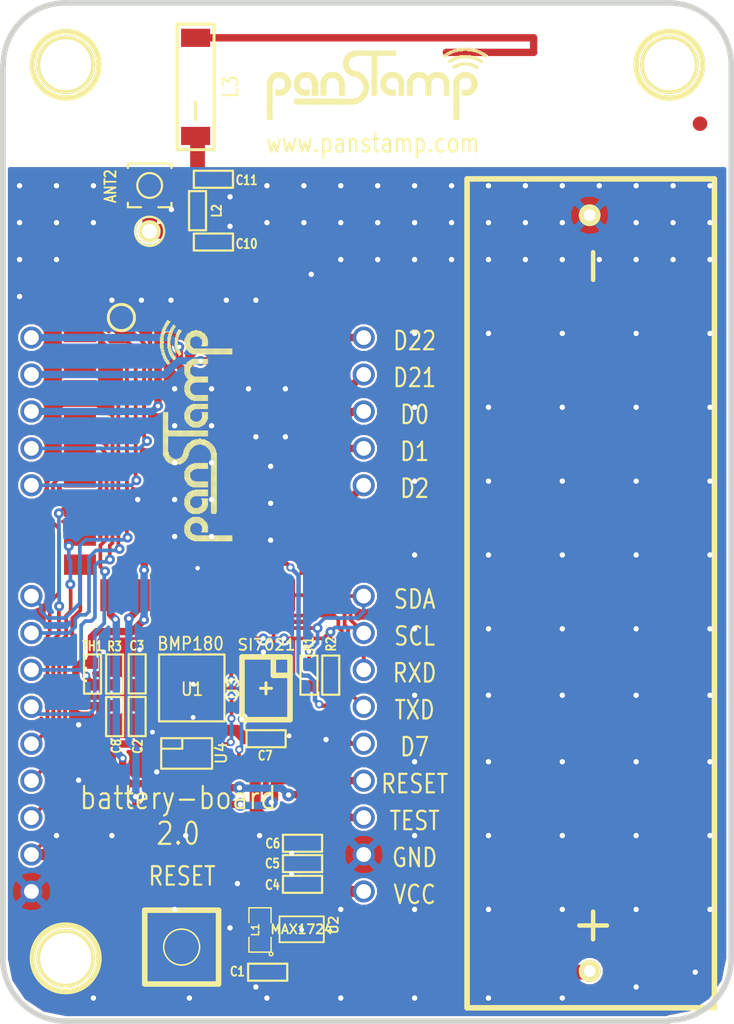
<source format=kicad_pcb>
(kicad_pcb (version 4) (host pcbnew 0.201601211448+6504~42~ubuntu14.04.1-product)
  (title_block (title "Battery board for panStamp") (date 2015-12-24) (rev 2.0) (company "panStamp (www.panstamp.com)"))
  (layers (0 Front signal) (1 Ground power) (2 Power power) (31 Back signal) (34 B.Paste user) (35 F.Paste user) (36 B.SilkS user) (37 F.SilkS user) (38 B.Mask user) (39 F.Mask user) (44 Edge.Cuts user))
  (net 0 "")
  (net 1 /RESET)
  (net 2 GND)
  (net 3 VCC)
  (net 4 /D0)
  (net 5 /D1)
  (net 6 /D14)
  (net 7 /D15)
  (net 8 /D16)
  (net 9 /D17)
  (net 10 /D18)
  (net 11 /D2)
  (net 12 /TEST)
  (net 13 /D12)
  (net 14 /D11)
  (net 15 /D10)
  (net 16 /D9)
  (net 17 /D19)
  (net 18 /D20)
  (net 19 /D21)
  (net 20 /D22)
  (net 21 /A5)
  (net 22 /I2C_SDA)
  (net 23 /I2C_SCL)
  (net 24 /D5)
  (net 25 /D6)
  (net 26 /D7)
  (net 27 /TOANT)
  (net 28 +BATT)
  (net 29 /CHIP_ANT)
  (net 30 "Net-(L1-Pad2)")
  (net 31 "Net-(L3-Pad2)")
  (net 32 "Net-(U4-Pad5)")
  (net 33 "Net-(U4-Pad2)")
  (module mysmd:SM0603S (layer Front) (at 105.50652 80.4037 90)
    (fp_text reference R1 (at 2.1316 -0.0274 90) (layer F.SilkS) (effects (font (size 0.635 0.508) (thickness 0.127))))
    (fp_text value 10k hide)
    (pad 2 smd rect (at 0.7493 0 90) (size 0.7874 0.762) (layers Front F.Paste F.Mask) (net 22 /I2C_SDA))
    (pad 1 smd rect (at -0.7493 0 90) (size 0.7874 0.762) (layers Front F.Paste F.Mask) (net 3 VCC))
  )
  (module 1pin (layer Front) (at 88.773 38.41496)
    (fp_text reference 1PIN hide)
    (fp_text value P*** hide)
    (pad 1 thru_hole circle (at 0 0) (size 4.0005 4.0005) (drill 3.50266) (layers *.Cu *.Mask F.SilkS))
  )
  (module 12BH311P (layer Front) (at 124.8156 74.7649 270)
    (fp_text reference P3 hide)
    (fp_text value CONN_01X02 hide)
    (fp_text user - (at -22.5044 -0.0508 270) (layer F.SilkS) (effects (font (size 2.49936 2.49936) (thickness 0.3048))))
    (fp_text user + (at 22.86 -0.0508 270) (layer F.SilkS) (effects (font (size 2.49936 2.49936) (thickness 0.3048))))
    (pad 1 thru_hole circle (at 25.99944 0 270) (size 1.50114 1.50114) (drill 0.8001) (layers *.Cu *.Mask F.SilkS) (net 28 +BATT))
    (pad 2 thru_hole circle (at -25.99944 0 270) (size 1.50114 1.50114) (drill 0.8001) (layers *.Cu *.Mask F.SilkS) (net 2 GND))
  )
  (module mysmd:SM0603S (layer Front) (at 93.69044 80.31734 90)
    (fp_text reference C3 (at 1.9304 -0.0254 180) (layer F.SilkS) (effects (font (size 0.635 0.508) (thickness 0.127))))
    (fp_text value 100n hide)
    (pad 2 smd rect (at 0.7493 0 90) (size 0.7874 0.762) (layers Front F.Paste F.Mask) (net 2 GND))
    (pad 1 smd rect (at -0.7493 0 90) (size 0.7874 0.762) (layers Front F.Paste F.Mask) (net 3 VCC))
  )
  (module mysmd:SM0603S (layer Front) (at 102.55504 84.77504)
    (fp_text reference C7 (at -0.06492 1.16918) (layer F.SilkS) (effects (font (size 0.635 0.508) (thickness 0.127))))
    (fp_text value 100n hide)
    (pad 2 smd rect (at 0.7493 0) (size 0.7874 0.762) (layers Front F.Paste F.Mask) (net 2 GND))
    (pad 1 smd rect (at -0.7493 0) (size 0.7874 0.762) (layers Front F.Paste F.Mask) (net 3 VCC))
  )
  (module mysmd:SM0603S (layer Front) (at 107.00512 80.4037 90)
    (fp_text reference R2 (at 2.1316 0.0274 90) (layer F.SilkS) (effects (font (size 0.635 0.508) (thickness 0.127))))
    (fp_text value 10k hide)
    (pad 2 smd rect (at 0.7493 0 90) (size 0.7874 0.762) (layers Front F.Paste F.Mask) (net 23 /I2C_SCL))
    (pad 1 smd rect (at -0.7493 0 90) (size 0.7874 0.762) (layers Front F.Paste F.Mask) (net 3 VCC))
  )
  (module mysmd:SM0603S (layer Front) (at 92.13596 80.3275 90)
    (fp_text reference R3 (at 1.905 0 180) (layer F.SilkS) (effects (font (size 0.635 0.508) (thickness 0.127))))
    (fp_text value 10k hide)
    (pad 2 smd rect (at 0.7493 0 90) (size 0.7874 0.762) (layers Front F.Paste F.Mask) (net 2 GND))
    (pad 1 smd rect (at -0.7493 0 90) (size 0.7874 0.762) (layers Front F.Paste F.Mask) (net 21 /A5))
  )
  (module mysmd:SM0603S (layer Front) (at 90.61704 80.33004 90)
    (fp_text reference TH1 (at 1.9304 0 180) (layer F.SilkS) (effects (font (size 0.635 0.508) (thickness 0.127))))
    (fp_text value NTC hide)
    (pad 2 smd rect (at 0.7493 0 90) (size 0.7874 0.762) (layers Front F.Paste F.Mask) (net 20 /D22))
    (pad 1 smd rect (at -0.7493 0 90) (size 0.7874 0.762) (layers Front F.Paste F.Mask) (net 21 /A5))
  )
  (module mysmd:BMP180 (layer Front) (at 97.44456 81.28254 270)
    (fp_text reference U1 (at 0.09144 -0.0254 360) (layer F.SilkS) (effects (font (size 0.889 0.762) (thickness 0.127))))
    (fp_text value BMP180 (at -3.03784 0.08128 360) (layer F.SilkS) (effects (font (size 0.889 0.762) (thickness 0.127))))
    (pad 3 smd rect (at 1.5 1.45 270) (size 1 1) (layers Front F.Paste F.Mask) (net 3 VCC))
    (pad 2 smd rect (at 0 1.45 270) (size 1 1) (layers Front F.Paste F.Mask) (net 3 VCC))
    (pad 1 smd rect (at -1.5 1.45 270) (size 1 1) (layers Front F.Paste F.Mask))
    (pad 6 smd rect (at -1.5 -1.45 270) (size 1 1) (layers Front F.Paste F.Mask) (net 22 /I2C_SDA))
    (pad 5 smd rect (at 0 -1.45 270) (size 1 1) (layers Front F.Paste F.Mask) (net 23 /I2C_SCL))
    (pad 4 smd rect (at 1.5 -1.45 270) (size 1 1) (layers Front F.Paste F.Mask))
    (pad 7 smd rect (at -1.5 0 270) (size 1 1) (layers Front F.Paste F.Mask) (net 2 GND))
  )
  (module mysmd:DFN-6 (layer Front) (at 102.54996 81.30794 180)
    (fp_text reference U3 (at 2.25044 -0.0127 450) (layer F.SilkS) (effects (font (size 0.762 0.762) (thickness 0.127))))
    (fp_text value SI7021 (at -0.0381 2.99212 180) (layer F.SilkS) (effects (font (size 0.762 0.762) (thickness 0.127))))
    (pad 6 smd rect (at -1 -1.625 180) (size 0.45 1.2) (layers Front F.Paste F.Mask) (net 23 /I2C_SCL))
    (pad 5 smd rect (at 0 -1.625 180) (size 0.45 1.2) (layers Front F.Paste F.Mask) (net 3 VCC))
    (pad 4 smd rect (at 1 -1.625 180) (size 0.45 1.2) (layers Front F.Paste F.Mask))
    (pad 3 smd rect (at 1 1.625 180) (size 0.45 1.2) (layers Front F.Paste F.Mask))
    (pad 2 smd rect (at 0 1.625 180) (size 0.45 1.2) (layers Front F.Paste F.Mask) (net 2 GND))
    (pad 1 smd rect (at -1 1.625 180) (size 0.45 1.2) (layers Front F.Paste F.Mask) (net 22 /I2C_SDA))
    (pad 7 smd rect (at 0 0 180) (size 2.4 1.5) (layers Front F.Paste F.Mask))
  )
  (module mysmd:PANSTAMP_2 (layer Front) (at 97.85322 63.80346)
    (fp_text reference PS1 hide)
    (fp_text value PANSTAMP_NRG2 hide)
    (pad 1 smd rect (at -8.1 -9) (size 2.2 1.4) (layers Front F.Paste F.Mask) (net 9 /D17))
    (pad 2 smd rect (at -8.1 -7) (size 2.2 1.4) (layers Front F.Paste F.Mask) (net 8 /D16))
    (pad 3 smd rect (at -8.1 -5) (size 2.2 1.4) (layers Front F.Paste F.Mask) (net 7 /D15))
    (pad 4 smd rect (at -8.1 -3) (size 2.2 1.4) (layers Front F.Paste F.Mask) (net 6 /D14))
    (pad 5 smd rect (at -8.1 -1) (size 2.2 1.4) (layers Front F.Paste F.Mask) (net 21 /A5))
    (pad 6 smd rect (at -8.1 1) (size 2.2 1.4) (layers Front F.Paste F.Mask) (net 13 /D12))
    (pad 7 smd rect (at -8.1 3) (size 2.2 1.4) (layers Front F.Paste F.Mask) (net 14 /D11))
    (pad 8 smd rect (at -8.1 5) (size 2.2 1.4) (layers Front F.Paste F.Mask) (net 15 /D10))
    (pad 9 smd rect (at -8.1 7) (size 2.2 1.4) (layers Front F.Paste F.Mask) (net 16 /D9))
    (pad 10 smd rect (at -8.1 9) (size 2.2 1.4) (layers Front F.Paste F.Mask) (net 28 +BATT))
    (pad 11 smd rect (at -6 11.1 90) (size 2.2 1.4) (layers Front F.Paste F.Mask) (net 12 /TEST))
    (pad 12 smd rect (at -4 11.1 90) (size 2.2 1.4) (layers Front F.Paste F.Mask) (net 1 /RESET))
    (pad 13 smd rect (at -2 11.1 90) (size 2.2 1.4) (layers Front F.Paste F.Mask) (net 3 VCC))
    (pad 14 smd rect (at 0 11.1 90) (size 2.2 1.4) (layers Front F.Paste F.Mask) (net 2 GND))
    (pad 15 smd rect (at 2 11.1 90) (size 2.2 1.4) (layers Front F.Paste F.Mask) (net 26 /D7))
    (pad 16 smd rect (at 4 11.1 90) (size 2.2 1.4) (layers Front F.Paste F.Mask) (net 25 /D6))
    (pad 17 smd rect (at 6 11.1 90) (size 2.2 1.4) (layers Front F.Paste F.Mask) (net 24 /D5))
    (pad 18 smd rect (at 8.1 9) (size 2.2 1.4) (layers Front F.Paste F.Mask) (net 23 /I2C_SCL))
    (pad 19 smd rect (at 8.1 7) (size 2.2 1.4) (layers Front F.Paste F.Mask) (net 22 /I2C_SDA))
    (pad 20 smd rect (at 8.1 5) (size 2.2 1.4) (layers Front F.Paste F.Mask) (net 11 /D2))
    (pad 21 smd rect (at 8.1 3) (size 2.2 1.4) (layers Front F.Paste F.Mask) (net 5 /D1))
    (pad 22 smd rect (at 8.1 1) (size 2.2 1.4) (layers Front F.Paste F.Mask) (net 4 /D0))
    (pad 23 smd rect (at 8.1 -1) (size 2.2 1.4) (layers Front F.Paste F.Mask) (net 20 /D22))
    (pad 24 smd rect (at 8.1 -3) (size 2.2 1.4) (layers Front F.Paste F.Mask) (net 19 /D21))
    (pad 25 smd rect (at 8.1 -5) (size 2.2 1.4) (layers Front F.Paste F.Mask) (net 18 /D20))
    (pad 26 smd rect (at 8.1 -7) (size 2.2 1.4) (layers Front F.Paste F.Mask) (net 17 /D19))
    (pad 27 smd rect (at 8.1 -9) (size 2.2 1.4) (layers Front F.Paste F.Mask) (net 10 /D18))
    (pad 28 smd rect (at 6 -11.1 90) (size 2.2 1.4) (layers Front F.Paste F.Mask) (net 2 GND))
    (pad 29 smd rect (at 4 -11.1 90) (size 2.2 1.4) (layers Front F.Paste F.Mask) (net 2 GND))
    (pad 30 smd rect (at 2 -11.1 90) (size 2.2 1.4) (layers Front F.Paste F.Mask) (net 2 GND))
    (pad 31 smd rect (at 0 -11.1 90) (size 2.2 1.4) (layers Front F.Paste F.Mask) (net 27 /TOANT))
    (pad 32 smd rect (at -2 -11.1 90) (size 2.2 1.4) (layers Front F.Paste F.Mask) (net 2 GND))
    (pad 33 smd rect (at -4 -11.1 90) (size 2.2 1.4) (layers Front F.Paste F.Mask) (net 2 GND))
    (pad 34 smd rect (at -6 -11.1 90) (size 2.2 1.4) (layers Front F.Paste F.Mask) (net 2 GND))
  )
  (module myconnectors:pin_array_1x14 (layer Front) (at 86.41322 78.97308 270)
    (fp_text reference P1 hide)
    (fp_text value CONN_01X14 hide)
    (pad 1 thru_hole circle (at -21.79 0 270) (size 1.524 1.524) (drill 1.016) (layers *.Cu *.Mask) (net 18 /D20))
    (pad 2 thru_hole circle (at -19.25 0 270) (size 1.524 1.524) (drill 1.016) (layers *.Cu *.Mask) (net 17 /D19))
    (pad 3 thru_hole circle (at -16.71 0 270) (size 1.524 1.524) (drill 1.016) (layers *.Cu *.Mask) (net 10 /D18))
    (pad 4 thru_hole circle (at -14.17 0 270) (size 1.524 1.524) (drill 1.016) (layers *.Cu *.Mask) (net 9 /D17))
    (pad 5 thru_hole circle (at -11.63 0 270) (size 1.524 1.524) (drill 1.016) (layers *.Cu *.Mask) (net 8 /D16))
    (pad 6 thru_hole circle (at -4.01 0 270) (size 1.524 1.524) (drill 1.016) (layers *.Cu *.Mask) (net 7 /D15))
    (pad 7 thru_hole circle (at -1.47 0 270) (size 1.524 1.524) (drill 1.016) (layers *.Cu *.Mask) (net 6 /D14))
    (pad 8 thru_hole circle (at 1.07 0 270) (size 1.524 1.524) (drill 1.016) (layers *.Cu *.Mask) (net 21 /A5))
    (pad 9 thru_hole circle (at 3.61 0 270) (size 1.524 1.524) (drill 1.016) (layers *.Cu *.Mask) (net 13 /D12))
    (pad 10 thru_hole circle (at 6.15 0 270) (size 1.524 1.524) (drill 1.016) (layers *.Cu *.Mask) (net 14 /D11))
    (pad 11 thru_hole circle (at 8.69 0 270) (size 1.524 1.524) (drill 1.016) (layers *.Cu *.Mask) (net 15 /D10))
    (pad 12 thru_hole circle (at 11.23 0 270) (size 1.524 1.524) (drill 1.016) (layers *.Cu *.Mask) (net 16 /D9))
    (pad 13 thru_hole circle (at 13.77 0 270) (size 1.524 1.524) (drill 1.016) (layers *.Cu *.Mask) (net 28 +BATT))
    (pad 14 thru_hole circle (at 16.31 0 270) (size 1.524 1.524) (drill 1.016) (layers *.Cu *.Mask) (net 2 GND))
  )
  (module myconnectors:pin_array_1x14 (layer Front) (at 109.27322 79.47346 270)
    (fp_text reference P2 hide)
    (fp_text value CONN_01X14 hide)
    (pad 1 thru_hole circle (at -22.29038 0 270) (size 1.524 1.524) (drill 1.016) (layers *.Cu *.Mask) (net 19 /D21))
    (pad 2 thru_hole circle (at -19.75038 0 270) (size 1.524 1.524) (drill 1.016) (layers *.Cu *.Mask) (net 20 /D22))
    (pad 3 thru_hole circle (at -17.21038 0 270) (size 1.524 1.524) (drill 1.016) (layers *.Cu *.Mask) (net 4 /D0))
    (pad 4 thru_hole circle (at -14.67038 0 270) (size 1.524 1.524) (drill 1.016) (layers *.Cu *.Mask) (net 5 /D1))
    (pad 5 thru_hole circle (at -12.13038 0 270) (size 1.524 1.524) (drill 1.016) (layers *.Cu *.Mask) (net 11 /D2))
    (pad 6 thru_hole circle (at -4.51038 0 270) (size 1.524 1.524) (drill 1.016) (layers *.Cu *.Mask) (net 22 /I2C_SDA))
    (pad 7 thru_hole circle (at -1.97038 0 270) (size 1.524 1.524) (drill 1.016) (layers *.Cu *.Mask) (net 23 /I2C_SCL))
    (pad 8 thru_hole circle (at 0.56962 0 270) (size 1.524 1.524) (drill 1.016) (layers *.Cu *.Mask) (net 24 /D5))
    (pad 9 thru_hole circle (at 3.10962 0 270) (size 1.524 1.524) (drill 1.016) (layers *.Cu *.Mask) (net 25 /D6))
    (pad 10 thru_hole circle (at 5.64962 0 270) (size 1.524 1.524) (drill 1.016) (layers *.Cu *.Mask) (net 26 /D7))
    (pad 11 thru_hole circle (at 8.18962 0 270) (size 1.524 1.524) (drill 1.016) (layers *.Cu *.Mask) (net 1 /RESET))
    (pad 12 thru_hole circle (at 10.72962 0 270) (size 1.524 1.524) (drill 1.016) (layers *.Cu *.Mask) (net 12 /TEST))
    (pad 13 thru_hole circle (at 13.26962 0 270) (size 1.524 1.524) (drill 1.016) (layers *.Cu *.Mask) (net 2 GND))
    (pad 14 thru_hole circle (at 15.80962 0 270) (size 1.524 1.524) (drill 1.016) (layers *.Cu *.Mask) (net 3 VCC))
  )
  (module old_mymods:PANSTAMPLOGO (layer Front) (at 94.95322 71.19346 90)
    (fp_text reference G*** hide)
    (fp_text value PANSTAMPLOGO hide)
  )
  (module mysmd:SM0603S (layer Front) (at 93.68536 83.25104 270)
    (fp_text reference C2 (at 2.05486 -0.04064 270) (layer F.SilkS) (effects (font (size 0.635 0.508) (thickness 0.127))))
    (fp_text value 1u hide)
    (pad 2 smd rect (at 0.7493 0 270) (size 0.7874 0.762) (layers Front F.Paste F.Mask) (net 2 GND))
    (pad 1 smd rect (at -0.7493 0 270) (size 0.7874 0.762) (layers Front F.Paste F.Mask) (net 3 VCC))
  )
  (module mymods:fiducial (layer Front) (at 92.31376 102.48392)
    (fp_text reference fiducial hide)
    (fp_text value VAL** hide)
    (pad 1 smd circle (at 0 0) (size 1 1) (layers Front F.Mask) (clearance 0.5))
  )
  (module mymods:fiducial (layer Front) (at 132.40766 42.4688)
    (fp_text reference fiducial hide)
    (fp_text value VAL** hide)
    (pad 1 smd circle (at 0 0) (size 1 1) (layers Front F.Mask) (clearance 0.5))
  )
  (module 1pin (layer Front) (at 130.302 38.4175)
    (fp_text reference 1PIN hide)
    (fp_text value P*** hide)
    (pad 1 thru_hole circle (at 0 0) (size 4.0005 4.0005) (drill 3.50266) (layers *.Cu *.Mask F.SilkS))
  )
  (module 1pin (layer Front) (at 88.77046 99.8855)
    (fp_text reference 1PIN hide)
    (fp_text value P*** hide)
    (pad 1 thru_hole circle (at 0 0) (size 4.0005 4.0005) (drill 3.50266) (layers *.Cu *.Mask F.SilkS))
  )
  (module PANSTAMPLOGO (layer Front) (at 102.59568 36.93668)
    (fp_text reference www.panstamp.com hide)
    (fp_text value "Battery board V.2.0" hide)
  )
  (module myconnectors:U.FL_CONN (layer Front) (at 94.54896 46.71568 270)
    (fp_text reference ANT2 (at 0.05 2.7 270) (layer F.SilkS) (effects (font (size 0.762 0.635) (thickness 0.127))))
    (fp_text value ANTENNA hide)
    (pad 2 smd rect (at 0 -1.475 270) (size 2.2 1.05) (layers Front F.Paste F.Mask) (net 2 GND))
    (pad 2 smd rect (at 0 1.475 270) (size 2.2 1.05) (layers Front F.Paste F.Mask) (net 2 GND))
    (pad 1 smd rect (at 1.55 0 270) (size 1.05 1) (layers Front F.Paste F.Mask) (net 27 /TOANT))
  )
  (module mysmd:SM0603S (layer Front) (at 102.6668 100.838 180)
    (fp_text reference C1 (at 2.08788 0.04572 180) (layer F.SilkS) (effects (font (size 0.635 0.508) (thickness 0.127))))
    (fp_text value 10u hide)
    (pad 2 smd rect (at 0.7493 0 180) (size 0.7874 0.762) (layers Front F.Paste F.Mask) (net 2 GND))
    (pad 1 smd rect (at -0.7493 0 180) (size 0.7874 0.762) (layers Front F.Paste F.Mask) (net 28 +BATT))
  )
  (module mysmd:SM0603S (layer Front) (at 105.06456 94.7928 180)
    (fp_text reference C4 (at 2.0701 -0.04572 180) (layer F.SilkS) (effects (font (size 0.635 0.508) (thickness 0.127))))
    (fp_text value 10u hide)
    (pad 2 smd rect (at 0.7493 0 180) (size 0.7874 0.762) (layers Front F.Paste F.Mask) (net 2 GND))
    (pad 1 smd rect (at -0.7493 0 180) (size 0.7874 0.762) (layers Front F.Paste F.Mask) (net 3 VCC))
  )
  (module mysmd:SM0603S (layer Front) (at 105.06456 93.36786 180)
    (fp_text reference C5 (at 2.07264 0.00762 180) (layer F.SilkS) (effects (font (size 0.635 0.508) (thickness 0.127))))
    (fp_text value 1u hide)
    (pad 2 smd rect (at 0.7493 0 180) (size 0.7874 0.762) (layers Front F.Paste F.Mask) (net 2 GND))
    (pad 1 smd rect (at -0.7493 0 180) (size 0.7874 0.762) (layers Front F.Paste F.Mask) (net 3 VCC))
  )
  (module mysmd:SM0603S (layer Front) (at 105.06456 91.96832 180)
    (fp_text reference C6 (at 2.04724 -0.01524 180) (layer F.SilkS) (effects (font (size 0.635 0.508) (thickness 0.127))))
    (fp_text value 100n hide)
    (pad 2 smd rect (at 0.7493 0 180) (size 0.7874 0.762) (layers Front F.Paste F.Mask) (net 2 GND))
    (pad 1 smd rect (at -0.7493 0 180) (size 0.7874 0.762) (layers Front F.Paste F.Mask) (net 3 VCC))
  )
  (module mysmd:SM0603S (layer Front) (at 92.13596 83.25612 270)
    (fp_text reference C8 (at 2.03708 -0.11684 270) (layer F.SilkS) (effects (font (size 0.635 0.508) (thickness 0.127))))
    (fp_text value 100n hide)
    (pad 2 smd rect (at 0.7493 0 270) (size 0.7874 0.762) (layers Front F.Paste F.Mask) (net 2 GND))
    (pad 1 smd rect (at -0.7493 0 270) (size 0.7874 0.762) (layers Front F.Paste F.Mask) (net 20 /D22))
  )
  (module mysmd:SM0603S (layer Front) (at 98.933 50.6095)
    (fp_text reference C10 (at 2.286 0.127) (layer F.SilkS) (effects (font (size 0.635 0.508) (thickness 0.127))))
    (fp_text value 2.2p hide)
    (pad 2 smd rect (at 0.7493 0) (size 0.7874 0.762) (layers Front F.Paste F.Mask) (net 2 GND))
    (pad 1 smd rect (at -0.7493 0) (size 0.7874 0.762) (layers Front F.Paste F.Mask) (net 27 /TOANT))
  )
  (module mysmd:SM0603S (layer Front) (at 98.933 46.2915)
    (fp_text reference C11 (at 2.286 0.0635) (layer F.SilkS) (effects (font (size 0.635 0.508) (thickness 0.127))))
    (fp_text value N.P hide)
    (pad 2 smd rect (at 0.7493 0) (size 0.7874 0.762) (layers Front F.Paste F.Mask) (net 2 GND))
    (pad 1 smd rect (at -0.7493 0) (size 0.7874 0.762) (layers Front F.Paste F.Mask) (net 29 /CHIP_ANT))
  )
  (module libcms:SM0805 (layer Front) (at 102.13848 97.93224 90)
    (fp_text reference L1 (at 0 -0.3175 90) (layer F.SilkS) (effects (font (size 0.50038 0.50038) (thickness 0.10922))))
    (fp_text value 10u hide)
    (pad 1 smd rect (at -0.9525 0 90) (size 0.889 1.397) (layers Front F.Paste F.Mask) (net 28 +BATT))
    (pad 2 smd rect (at 0.9525 0 90) (size 0.889 1.397) (layers Front F.Paste F.Mask) (net 30 "Net-(L1-Pad2)"))
  )
  (module mysmd:SM0603S (layer Front) (at 97.8408 48.45304 90)
    (fp_text reference L2 (at -0.01016 1.3208 90) (layer F.SilkS) (effects (font (size 0.635 0.508) (thickness 0.127))))
    (fp_text value 0 hide)
    (pad 2 smd rect (at 0.7493 0 90) (size 0.7874 0.762) (layers Front F.Paste F.Mask) (net 29 /CHIP_ANT))
    (pad 1 smd rect (at -0.7493 0 90) (size 0.7874 0.762) (layers Front F.Paste F.Mask) (net 27 /TOANT))
  )
  (module 0868AT43A0020 (layer Front) (at 97.70872 39.93642 90)
    (fp_text reference L3 (at 0 2.413 90) (layer F.SilkS) (effects (font (size 1.016 0.889) (thickness 0.127))))
    (fp_text value ANTENNA hide)
    (pad 1 smd rect (at -3.375 0 90) (size 1.25 2) (layers Front F.Paste F.Mask) (net 29 /CHIP_ANT))
    (pad 2 smd rect (at 3.375 0 90) (size 1.25 2) (layers Front F.Paste F.Mask) (net 31 "Net-(L3-Pad2)"))
  )
  (module mysmd:switch-tact-noah (layer Front) (at 96.7486 99.1108 270)
    (fp_text reference SW1 hide)
    (fp_text value SW_PUSH hide)
    (pad 1 smd rect (at -2.49936 -1.75006 270) (size 1.99898 1.00076) (layers Front F.Paste F.Mask) (net 1 /RESET))
    (pad 3 smd rect (at 2.49936 -1.75006 270) (size 1.99898 1.00076) (layers Front F.Paste F.Mask))
    (pad 2 smd rect (at -2.49936 1.75006 270) (size 1.99898 1.00076) (layers Front F.Paste F.Mask) (net 2 GND))
    (pad 4 smd rect (at 2.49936 1.75006 270) (size 1.99898 1.00076) (layers Front F.Paste F.Mask))
  )
  (module myconnectors:pin (layer Front) (at 94.54134 49.8729)
    (fp_text reference P4 hide)
    (fp_text value CONN_01X01 hide)
    (pad 1 thru_hole circle (at 0 0) (size 1.524 1.524) (drill 1.016) (layers *.Cu *.Mask F.SilkS) (net 27 /TOANT))
  )
  (module mysmd:uDFN-6 (layer Front) (at 97.0915 85.7885 270)
    (fp_text reference U4 (at -0.025 -2.375 270) (layer F.SilkS) (effects (font (size 0.762 0.762) (thickness 0.127))))
    (fp_text value TSL2561 hide)
    (pad 6 smd rect (at -0.65 -1 270) (size 0.45 1.2) (layers Front F.Paste F.Mask) (net 22 /I2C_SDA))
    (pad 5 smd rect (at 0 -1 270) (size 0.45 1.2) (layers Front F.Paste F.Mask) (net 32 "Net-(U4-Pad5)"))
    (pad 4 smd rect (at 0.65 -1 270) (size 0.45 1.2) (layers Front F.Paste F.Mask) (net 23 /I2C_SCL))
    (pad 3 smd rect (at 0.65 1 270) (size 0.45 1.2) (layers Front F.Paste F.Mask) (net 2 GND))
    (pad 2 smd rect (at 0 1 270) (size 0.45 1.2) (layers Front F.Paste F.Mask) (net 33 "Net-(U4-Pad2)"))
    (pad 1 smd rect (at -0.65 1 270) (size 0.45 1.2) (layers Front F.Paste F.Mask) (net 20 /D22))
  )
  (module libcms:SOT23-5 (layer Front) (at 105.0036 97.88652)
    (fp_text reference U2 (at 2.19964 -0.29972 90) (layer F.SilkS) (effects (font (size 0.635 0.635) (thickness 0.127))))
    (fp_text value MAX1724 (at 0 0) (layer F.SilkS) (effects (font (size 0.635 0.635) (thickness 0.127))))
    (pad 1 smd rect (at -0.9525 1.27) (size 0.508 0.762) (layers Front F.Paste F.Mask) (net 28 +BATT))
    (pad 3 smd rect (at 0.9525 1.27) (size 0.508 0.762) (layers Front F.Paste F.Mask) (net 28 +BATT))
    (pad 5 smd rect (at -0.9525 -1.27) (size 0.508 0.762) (layers Front F.Paste F.Mask) (net 30 "Net-(L1-Pad2)"))
    (pad 2 smd rect (at 0 1.27) (size 0.508 0.762) (layers Front F.Paste F.Mask) (net 2 GND))
    (pad 4 smd rect (at 0.9525 -1.27) (size 0.508 0.762) (layers Front F.Paste F.Mask) (net 3 VCC))
  )
  (gr_text SDA (at 112.776 75.184) (layer F.SilkS) (effects (font (size 1.27 1.016) (thickness 0.1524))))
  (gr_text D2 (at 112.776 67.564) (layer F.SilkS) (effects (font (size 1.27 1.016) (thickness 0.1524))))
  (gr_text D21 (at 112.776 59.944) (layer F.SilkS) (effects (font (size 1.27 1.016) (thickness 0.1524))))
  (gr_text D22 (at 112.776 57.404) (layer F.SilkS) (effects (font (size 1.27 1.016) (thickness 0.1524))))
  (gr_text D0 (at 112.776 62.484) (layer F.SilkS) (effects (font (size 1.27 1.016) (thickness 0.1524))))
  (gr_text D1 (at 112.776 65.024) (layer F.SilkS) (effects (font (size 1.27 1.016) (thickness 0.1524))))
  (gr_text TEST (at 112.776 90.424) (layer F.SilkS) (effects (font (size 1.27 1.016) (thickness 0.1524))))
  (gr_text GND (at 112.776 92.964) (layer F.SilkS) (effects (font (size 1.27 1.016) (thickness 0.1524))))
  (gr_text D7 (at 112.776 85.344) (layer F.SilkS) (effects (font (size 1.27 1.016) (thickness 0.1524))))
  (gr_text TXD (at 112.776 82.804) (layer F.SilkS) (effects (font (size 1.27 1.016) (thickness 0.1524))))
  (gr_text SCL (at 112.776 77.724) (layer F.SilkS) (effects (font (size 1.27 1.016) (thickness 0.1524))))
  (gr_text RXD (at 112.776 80.264) (layer F.SilkS) (effects (font (size 1.27 1.016) (thickness 0.1524))))
  (gr_text RESET (at 112.776 87.884) (layer F.SilkS) (effects (font (size 1.27 1.016) (thickness 0.1524))))
  (gr_text VCC (at 112.776 95.504) (layer F.SilkS) (effects (font (size 1.27 1.016) (thickness 0.1524))))
  (gr_arc (start 88.7349 38.4175) (end 84.4804 38.4429) (angle 90) (layer Edge.Cuts) (width 0.381))
  (gr_line (start 84.455 38.4175) (end 84.4804 38.4175) (angle 90) (layer Edge.Cuts) (width 0.381))
  (gr_line (start 84.455 99.8855) (end 84.455 38.4175) (angle 90) (layer Edge.Cuts) (width 0.381))
  (gr_line (start 88.773 34.163) (end 88.773 34.1503) (angle 90) (layer Edge.Cuts) (width 0.381))
  (gr_line (start 130.302 34.163) (end 88.773 34.163) (angle 90) (layer Edge.Cuts) (width 0.381))
  (gr_line (start 134.5565 38.4175) (end 134.5692 38.4175) (angle 90) (layer Edge.Cuts) (width 0.381))
  (gr_line (start 134.5565 99.8855) (end 134.5565 38.4175) (angle 90) (layer Edge.Cuts) (width 0.381))
  (gr_line (start 88.7984 104.2035) (end 130.302 104.2035) (angle 90) (layer Edge.Cuts) (width 0.381))
  (gr_arc (start 88.773 99.8728) (end 88.773 104.2035) (angle 90) (layer Edge.Cuts) (width 0.381))
  (gr_arc (start 130.302 99.8855) (end 134.5565 99.8982) (angle 90) (layer Edge.Cuts) (width 0.381))
  (gr_arc (start 130.302 38.4175) (end 130.302 34.163) (angle 90) (layer Edge.Cuts) (width 0.381))
  (gr_text RESET (at 96.774 94.234) (layer F.SilkS) (effects (font (size 1.27 1.016) (thickness 0.1524))))
  (gr_text "battery-board\n2.0" (at 96.5073 90.0811) (layer F.SilkS) (effects (font (size 1.524 1.27) (thickness 0.1524))))
  (gr_text www.panstamp.com (at 109.9 43.8) (layer F.SilkS) (effects (font (size 1.27 1.016) (thickness 0.1524))))
  (segment (start 98.49866 96.61144) (end 98.49866 89.49944) (width 0.508) (layer Front) (net 1))
  (segment (start 103.30682 87.66308) (end 109.27322 87.66308) (width 0.508) (layer Front) (net 1))
  (segment (start 103.1367 87.8332) (end 103.30682 87.66308) (width 0.508) (layer Front) (net 1))
  (segment (start 103.1367 88.9381) (end 103.1367 87.8332) (width 0.508) (layer Front) (net 1))
  (segment (start 102.9208 89.154) (end 103.1367 88.9381) (width 0.508) (layer Front) (net 1))
  (via (at 102.9208 89.154) (size 0.8763) (drill 0.3683) (layers Front Back) (net 1))
  (segment (start 102.7049 89.3699) (end 102.9208 89.154) (width 0.508) (layer Back) (net 1))
  (segment (start 100.8634 89.3699) (end 102.7049 89.3699) (width 0.508) (layer Back) (net 1))
  (segment (start 100.7872 89.2937) (end 100.8634 89.3699) (width 0.508) (layer Back) (net 1))
  (via (at 100.7872 89.2937) (size 0.8763) (drill 0.3683) (layers Front Back) (net 1))
  (segment (start 98.7044 89.2937) (end 100.7872 89.2937) (width 0.508) (layer Front) (net 1))
  (segment (start 98.49866 89.49944) (end 98.7044 89.2937) (width 0.508) (layer Front) (net 1))
  (segment (start 93.599 87.1855) (end 93.599 88.7349) (width 0.508) (layer Back) (net 1))
  (segment (start 93.599 88.7857) (end 93.599 88.9) (width 0.508) (layer Front) (net 1))
  (segment (start 93.5736 88.7603) (end 93.599 88.7857) (width 0.508) (layer Front) (net 1))
  (via (at 93.5736 88.7603) (size 0.8763) (drill 0.3683) (layers Front Back) (net 1))
  (segment (start 93.599 88.7349) (end 93.5736 88.7603) (width 0.508) (layer Back) (net 1))
  (segment (start 93.599 86.4616) (end 93.599 87.1855) (width 0.508) (layer Back) (net 1))
  (segment (start 95.1484 94.4372) (end 97.9678 94.4372) (width 0.508) (layer Front) (net 1))
  (segment (start 93.599 88.9) (end 93.599 93.8784) (width 0.508) (layer Front) (net 1))
  (segment (start 93.599 93.8784) (end 94.1578 94.4372) (width 0.508) (layer Front) (net 1))
  (segment (start 94.1578 94.4372) (end 95.1484 94.4372) (width 0.508) (layer Front) (net 1))
  (segment (start 97.9678 94.4372) (end 98.49866 94.96806) (width 0.508) (layer Front) (net 1))
  (segment (start 98.49866 94.96806) (end 98.49866 96.61144) (width 0.508) (layer Front) (net 1))
  (segment (start 93.40596 85.2678) (end 93.40596 85.30336) (width 0.508) (layer Back) (net 1))
  (segment (start 93.599 85.4964) (end 93.599 86.4616) (width 0.508) (layer Back) (net 1))
  (segment (start 93.40596 85.30336) (end 93.599 85.4964) (width 0.508) (layer Back) (net 1))
  (segment (start 93.1155 82.76844) (end 93.1155 84.97734) (width 0.508) (layer Back) (net 1))
  (segment (start 93.1155 84.97734) (end 93.40596 85.2678) (width 0.508) (layer Back) (net 1))
  (segment (start 93.1155 76.508) (end 93.1155 82.76844) (width 0.508) (layer Back) (net 1))
  (segment (start 108.97852 87.36838) (end 109.27322 87.66308) (width 0.508) (layer Front) (net 1))
  (via (at 93.1155 76.508) (size 0.6858) (layers Front Back) (net 1))
  (segment (start 93.1155 76.508) (end 93.85322 75.77028) (width 0.508) (layer Front) (net 1))
  (segment (start 93.85322 75.77028) (end 93.85322 74.90346) (width 0.508) (layer Front) (net 1))
  (segment (start 93.1155 76.508) (end 93.1155 76.458) (width 0.508) (layer Back) (net 1))
  (segment (start 102.54996 79.68294) (end 102.54996 78.99146) (width 0.508) (layer Front) (net 2))
  (via (at 102.3747 78.8162) (size 0.8763) (drill 0.3683) (layers Front Back) (net 2))
  (segment (start 102.54996 78.99146) (end 102.3747 78.8162) (width 0.508) (layer Front) (net 2))
  (segment (start 94.996 89.0905) (end 94.996 87.0966) (width 0.508) (layer Back) (net 2))
  (segment (start 95.8502 86.6798) (end 96.0915 86.4385) (width 0.508) (layer Front) (net 2))
  (segment (start 95.4128 86.6798) (end 95.8502 86.6798) (width 0.508) (layer Front) (net 2))
  (segment (start 95.0341 87.0585) (end 95.4128 86.6798) (width 0.508) (layer Front) (net 2))
  (via (at 95.0341 87.0585) (size 0.8763) (drill 0.3683) (layers Front Back) (net 2))
  (segment (start 94.996 87.0966) (end 95.0341 87.0585) (width 0.508) (layer Back) (net 2))
  (segment (start 94.996 90.932) (end 94.996 89.0905) (width 0.508) (layer Back) (net 2))
  (segment (start 94.996 90.932) (end 95.504 91.44) (width 0.508) (layer Back) (net 2))
  (segment (start 104.14 84.582) (end 106.426 84.582) (width 0.508) (layer Back) (net 2))
  (segment (start 103.94696 84.77504) (end 104.14 84.582) (width 0.508) (layer Front) (net 2))
  (via (at 104.14 84.582) (size 0.6858) (drill 0.3302) (layers Front Back) (net 2))
  (segment (start 103.30434 84.77504) (end 103.94696 84.77504) (width 0.508) (layer Front) (net 2))
  (via (at 106.68 84.836) (size 0.8763) (drill 0.3683) (layers Front Back) (net 2))
  (segment (start 106.426 84.582) (end 106.68 84.836) (width 0.508) (layer Back) (net 2))
  (segment (start 89.662 83.82) (end 89.662 87.63) (width 0.508) (layer Back) (net 2))
  (via (at 89.662 87.63) (size 0.8763) (drill 0.3683) (layers Front Back) (net 2))
  (segment (start 89.662 87.63) (end 89.662 91.44) (width 0.508) (layer Back) (net 2))
  (via (at 89.662 83.82) (size 0.8763) (drill 0.3683) (layers Front Back) (net 2))
  (segment (start 88.138 91.44) (end 89.662 91.44) (width 0.508) (layer Back) (net 2))
  (segment (start 89.662 91.44) (end 91.948 91.44) (width 0.508) (layer Back) (net 2))
  (via (at 91.948 91.44) (size 0.8763) (drill 0.3683) (layers Front Back) (net 2))
  (segment (start 91.948 91.44) (end 95.504 91.44) (width 0.508) (layer Back) (net 2))
  (via (at 88.138 91.44) (size 0.8763) (drill 0.3683) (layers Front Back) (net 2))
  (segment (start 97.028 91.44) (end 95.504 91.44) (width 0.508) (layer Back) (net 2))
  (via (at 97.028 91.44) (size 0.8763) (drill 0.3683) (layers Front Back) (net 2))
  (segment (start 100.584 91.44) (end 97.028 91.44) (width 0.508) (layer Back) (net 2))
  (segment (start 100.584 94.742) (end 100.584 97.282) (width 0.508) (layer Back) (net 2))
  (via (at 100.584 94.742) (size 0.8763) (drill 0.3683) (layers Front Back) (net 2))
  (segment (start 100.584 91.44) (end 100.584 94.742) (width 0.508) (layer Back) (net 2))
  (via (at 100.076 97.79) (size 0.8763) (drill 0.3683) (layers Front Back) (net 2))
  (segment (start 100.584 97.282) (end 100.076 97.79) (width 0.508) (layer Back) (net 2))
  (segment (start 100.584 91.44) (end 102.108 91.44) (width 0.508) (layer Back) (net 2))
  (segment (start 103.3272 92.6592) (end 102.108 91.44) (width 0.508) (layer Back) (net 2))
  (via (at 102.108 91.44) (size 0.8763) (drill 0.3683) (layers Front Back) (net 2))
  (segment (start 103.3272 92.6592) (end 104.31526 92.6592) (width 0.508) (layer Back) (net 2))
  (segment (start 112.776 96.52) (end 107.696 96.52) (width 0.508) (layer Back) (net 2))
  (via (at 112.776 96.52) (size 0.8763) (drill 0.3683) (layers Front Back) (net 2))
  (via (at 107.696 96.52) (size 0.8763) (drill 0.3683) (layers Front Back) (net 2))
  (segment (start 90.678 102.616) (end 97.282 102.616) (width 0.508) (layer Back) (net 2))
  (via (at 97.282 102.616) (size 0.8763) (drill 0.3683) (layers Front Back) (net 2))
  (via (at 102.616 102.616) (size 0.8763) (drill 0.3683) (layers Front Back) (net 2))
  (segment (start 107.696 102.616) (end 112.776 102.616) (width 0.508) (layer Back) (net 2))
  (via (at 112.776 102.616) (size 0.8763) (drill 0.3683) (layers Front Back) (net 2))
  (segment (start 117.856 102.616) (end 122.936 102.616) (width 0.508) (layer Back) (net 2))
  (segment (start 127.508 101.854) (end 126.746 102.616) (width 0.508) (layer Back) (net 2))
  (segment (start 126.746 102.616) (end 122.936 102.616) (width 0.508) (layer Back) (net 2))
  (via (at 122.936 102.616) (size 0.8763) (drill 0.3683) (layers Front Back) (net 2))
  (segment (start 131.064 101.854) (end 132.08 100.838) (width 0.508) (layer Back) (net 2))
  (segment (start 132.842 100.076) (end 132.08 100.838) (width 0.508) (layer Back) (net 2))
  (via (at 132.08 100.838) (size 0.8763) (drill 0.3683) (layers Front Back) (net 2))
  (segment (start 132.842 100.076) (end 133.096 100.076) (width 0.508) (layer Back) (net 2))
  (segment (start 128.016 101.854) (end 131.064 101.854) (width 0.508) (layer Back) (net 2))
  (segment (start 133.096 96.52) (end 128.016 96.52) (width 0.508) (layer Back) (net 2))
  (via (at 128.016 96.52) (size 0.8763) (drill 0.3683) (layers Front Back) (net 2))
  (segment (start 122.936 96.52) (end 117.856 96.52) (width 0.508) (layer Back) (net 2))
  (via (at 117.856 96.52) (size 0.8763) (drill 0.3683) (layers Front Back) (net 2))
  (segment (start 112.776 96.52) (end 112.776 91.44) (width 0.508) (layer Back) (net 2))
  (via (at 112.776 91.44) (size 0.8763) (drill 0.3683) (layers Front Back) (net 2))
  (segment (start 117.856 91.44) (end 122.936 91.44) (width 0.508) (layer Back) (net 2))
  (via (at 122.936 91.44) (size 0.8763) (drill 0.3683) (layers Front Back) (net 2))
  (segment (start 128.016 91.44) (end 133.096 91.44) (width 0.508) (layer Back) (net 2))
  (via (at 133.096 91.44) (size 0.8763) (drill 0.3683) (layers Front Back) (net 2))
  (segment (start 133.096 86.36) (end 128.016 86.36) (width 0.508) (layer Back) (net 2))
  (via (at 128.016 86.36) (size 0.8763) (drill 0.3683) (layers Front Back) (net 2))
  (segment (start 122.936 86.36) (end 117.856 86.36) (width 0.508) (layer Back) (net 2))
  (via (at 117.856 86.36) (size 0.8763) (drill 0.3683) (layers Front Back) (net 2))
  (segment (start 112.776 86.36) (end 112.776 81.788) (width 0.508) (layer Back) (net 2))
  (via (at 112.776 81.788) (size 0.8763) (drill 0.3683) (layers Front Back) (net 2))
  (via (at 112.776 86.36) (size 0.8763) (drill 0.3683) (layers Front Back) (net 2))
  (segment (start 117.856 86.36) (end 112.776 86.36) (width 0.508) (layer Back) (net 2))
  (via (at 122.936 86.36) (size 0.8763) (drill 0.3683) (layers Front Back) (net 2))
  (segment (start 128.016 86.36) (end 122.936 86.36) (width 0.508) (layer Back) (net 2))
  (via (at 133.096 86.36) (size 0.8763) (drill 0.3683) (layers Front Back) (net 2))
  (segment (start 133.096 91.44) (end 133.096 86.36) (width 0.508) (layer Back) (net 2))
  (via (at 128.016 91.44) (size 0.8763) (drill 0.3683) (layers Front Back) (net 2))
  (segment (start 122.936 91.44) (end 128.016 91.44) (width 0.508) (layer Back) (net 2))
  (via (at 117.856 91.44) (size 0.8763) (drill 0.3683) (layers Front Back) (net 2))
  (segment (start 112.776 91.44) (end 117.856 91.44) (width 0.508) (layer Back) (net 2))
  (segment (start 117.856 96.52) (end 112.776 96.52) (width 0.508) (layer Back) (net 2))
  (via (at 122.936 96.52) (size 0.8763) (drill 0.3683) (layers Front Back) (net 2))
  (segment (start 128.016 96.52) (end 122.936 96.52) (width 0.508) (layer Back) (net 2))
  (via (at 133.096 96.52) (size 0.8763) (drill 0.3683) (layers Front Back) (net 2))
  (segment (start 133.096 100.076) (end 133.096 96.52) (width 0.508) (layer Back) (net 2))
  (via (at 128.016 101.854) (size 0.8763) (drill 0.3683) (layers Front Back) (net 2))
  (segment (start 128.016 101.854) (end 127.508 101.854) (width 0.508) (layer Back) (net 2))
  (via (at 117.856 102.616) (size 0.8763) (drill 0.3683) (layers Front Back) (net 2))
  (segment (start 112.776 102.616) (end 117.856 102.616) (width 0.508) (layer Back) (net 2))
  (via (at 107.696 102.616) (size 0.8763) (drill 0.3683) (layers Front Back) (net 2))
  (segment (start 102.616 102.616) (end 107.696 102.616) (width 0.508) (layer Back) (net 2))
  (segment (start 97.282 102.616) (end 102.616 102.616) (width 0.508) (layer Back) (net 2))
  (via (at 90.678 102.616) (size 0.8763) (drill 0.3683) (layers Front Back) (net 2))
  (via (at 101.854 101.854) (size 0.8763) (drill 0.3683) (layers Front Back) (net 2))
  (via (at 133.096 81.788) (size 0.8763) (drill 0.3683) (layers Front Back) (net 2))
  (segment (start 128.016 81.788) (end 122.936 81.788) (width 0.508) (layer Back) (net 2))
  (via (at 122.936 81.788) (size 0.8763) (drill 0.3683) (layers Front Back) (net 2))
  (segment (start 117.856 81.788) (end 112.776 81.788) (width 0.508) (layer Back) (net 2))
  (via (at 117.856 81.788) (size 0.8763) (drill 0.3683) (layers Front Back) (net 2))
  (segment (start 122.936 81.788) (end 117.856 81.788) (width 0.508) (layer Back) (net 2))
  (via (at 128.016 81.788) (size 0.8763) (drill 0.3683) (layers Front Back) (net 2))
  (segment (start 133.096 81.788) (end 128.016 81.788) (width 0.508) (layer Back) (net 2))
  (segment (start 112.776 77.216) (end 117.856 77.216) (width 0.508) (layer Back) (net 2))
  (via (at 117.856 77.216) (size 0.8763) (drill 0.3683) (layers Front Back) (net 2))
  (segment (start 122.936 77.216) (end 128.016 77.216) (width 0.508) (layer Back) (net 2))
  (via (at 128.016 77.216) (size 0.8763) (drill 0.3683) (layers Front Back) (net 2))
  (segment (start 133.096 77.216) (end 133.096 72.136) (width 0.508) (layer Back) (net 2))
  (via (at 133.096 72.136) (size 0.8763) (drill 0.3683) (layers Front Back) (net 2))
  (segment (start 128.016 72.136) (end 122.936 72.136) (width 0.508) (layer Back) (net 2))
  (via (at 122.936 72.136) (size 0.8763) (drill 0.3683) (layers Front Back) (net 2))
  (segment (start 117.856 72.136) (end 112.776 72.136) (width 0.508) (layer Back) (net 2))
  (via (at 112.776 72.136) (size 0.8763) (drill 0.3683) (layers Front Back) (net 2))
  (segment (start 112.776 67.056) (end 117.856 67.056) (width 0.508) (layer Back) (net 2))
  (via (at 117.856 67.056) (size 0.8763) (drill 0.3683) (layers Front Back) (net 2))
  (segment (start 122.936 67.056) (end 128.016 67.056) (width 0.508) (layer Back) (net 2))
  (via (at 128.016 67.056) (size 0.8763) (drill 0.3683) (layers Front Back) (net 2))
  (segment (start 133.096 67.056) (end 133.096 61.976) (width 0.508) (layer Back) (net 2))
  (via (at 133.096 61.976) (size 0.8763) (drill 0.3683) (layers Front Back) (net 2))
  (segment (start 128.016 61.976) (end 122.936 61.976) (width 0.508) (layer Back) (net 2))
  (via (at 122.936 61.976) (size 0.8763) (drill 0.3683) (layers Front Back) (net 2))
  (segment (start 117.856 61.976) (end 112.776 61.976) (width 0.508) (layer Back) (net 2))
  (via (at 112.776 61.976) (size 0.8763) (drill 0.3683) (layers Front Back) (net 2))
  (segment (start 112.776 56.896) (end 117.856 56.896) (width 0.508) (layer Back) (net 2))
  (via (at 117.856 56.896) (size 0.8763) (drill 0.3683) (layers Front Back) (net 2))
  (segment (start 122.936 56.896) (end 128.016 56.896) (width 0.508) (layer Back) (net 2))
  (via (at 128.016 56.896) (size 0.8763) (drill 0.3683) (layers Front Back) (net 2))
  (segment (start 133.096 56.896) (end 133.096 51.816) (width 0.508) (layer Back) (net 2))
  (via (at 133.096 51.816) (size 0.8763) (drill 0.3683) (layers Front Back) (net 2))
  (segment (start 130.556 51.816) (end 128.016 51.816) (width 0.508) (layer Back) (net 2))
  (via (at 128.016 51.816) (size 0.8763) (drill 0.3683) (layers Front Back) (net 2))
  (segment (start 125.476 51.816) (end 122.936 51.816) (width 0.508) (layer Back) (net 2))
  (via (at 122.936 51.816) (size 0.8763) (drill 0.3683) (layers Front Back) (net 2))
  (segment (start 120.396 51.816) (end 117.856 51.816) (width 0.508) (layer Back) (net 2))
  (via (at 117.856 51.816) (size 0.8763) (drill 0.3683) (layers Front Back) (net 2))
  (segment (start 115.316 51.816) (end 112.776 51.816) (width 0.508) (layer Back) (net 2))
  (via (at 112.776 51.816) (size 0.8763) (drill 0.3683) (layers Front Back) (net 2))
  (segment (start 110.236 51.816) (end 107.696 51.816) (width 0.508) (layer Back) (net 2))
  (via (at 107.696 51.816) (size 0.8763) (drill 0.3683) (layers Front Back) (net 2))
  (via (at 107.696 49.276) (size 0.8763) (drill 0.3683) (layers Front Back) (net 2))
  (segment (start 107.696 51.816) (end 107.696 49.276) (width 0.508) (layer Back) (net 2))
  (via (at 110.236 51.816) (size 0.8763) (drill 0.3683) (layers Front Back) (net 2))
  (segment (start 112.776 51.816) (end 110.236 51.816) (width 0.508) (layer Back) (net 2))
  (via (at 115.316 51.816) (size 0.8763) (drill 0.3683) (layers Front Back) (net 2))
  (segment (start 117.856 51.816) (end 115.316 51.816) (width 0.508) (layer Back) (net 2))
  (via (at 120.396 51.816) (size 0.8763) (drill 0.3683) (layers Front Back) (net 2))
  (segment (start 122.936 51.816) (end 120.396 51.816) (width 0.508) (layer Back) (net 2))
  (via (at 125.476 51.816) (size 0.8763) (drill 0.3683) (layers Front Back) (net 2))
  (segment (start 128.016 51.816) (end 125.476 51.816) (width 0.508) (layer Back) (net 2))
  (via (at 130.556 51.816) (size 0.8763) (drill 0.3683) (layers Front Back) (net 2))
  (segment (start 133.096 51.816) (end 130.556 51.816) (width 0.508) (layer Back) (net 2))
  (via (at 133.096 56.896) (size 0.8763) (drill 0.3683) (layers Front Back) (net 2))
  (segment (start 128.016 56.896) (end 133.096 56.896) (width 0.508) (layer Back) (net 2))
  (via (at 122.936 56.896) (size 0.8763) (drill 0.3683) (layers Front Back) (net 2))
  (segment (start 117.856 56.896) (end 122.936 56.896) (width 0.508) (layer Back) (net 2))
  (via (at 112.776 56.896) (size 0.8763) (drill 0.3683) (layers Front Back) (net 2))
  (segment (start 112.776 61.976) (end 112.776 56.896) (width 0.508) (layer Back) (net 2))
  (via (at 117.856 61.976) (size 0.8763) (drill 0.3683) (layers Front Back) (net 2))
  (segment (start 122.936 61.976) (end 117.856 61.976) (width 0.508) (layer Back) (net 2))
  (via (at 128.016 61.976) (size 0.8763) (drill 0.3683) (layers Front Back) (net 2))
  (segment (start 133.096 61.976) (end 128.016 61.976) (width 0.508) (layer Back) (net 2))
  (via (at 133.096 67.056) (size 0.8763) (drill 0.3683) (layers Front Back) (net 2))
  (segment (start 128.016 67.056) (end 133.096 67.056) (width 0.508) (layer Back) (net 2))
  (via (at 122.936 67.056) (size 0.8763) (drill 0.3683) (layers Front Back) (net 2))
  (segment (start 117.856 67.056) (end 122.936 67.056) (width 0.508) (layer Back) (net 2))
  (via (at 112.776 67.056) (size 0.8763) (drill 0.3683) (layers Front Back) (net 2))
  (segment (start 112.776 72.136) (end 112.776 67.056) (width 0.508) (layer Back) (net 2))
  (via (at 117.856 72.136) (size 0.8763) (drill 0.3683) (layers Front Back) (net 2))
  (segment (start 122.936 72.136) (end 117.856 72.136) (width 0.508) (layer Back) (net 2))
  (via (at 128.016 72.136) (size 0.8763) (drill 0.3683) (layers Front Back) (net 2))
  (segment (start 133.096 72.136) (end 128.016 72.136) (width 0.508) (layer Back) (net 2))
  (via (at 133.096 77.216) (size 0.8763) (drill 0.3683) (layers Front Back) (net 2))
  (segment (start 128.016 77.216) (end 133.096 77.216) (width 0.508) (layer Back) (net 2))
  (via (at 122.936 77.216) (size 0.8763) (drill 0.3683) (layers Front Back) (net 2))
  (segment (start 117.856 77.216) (end 122.936 77.216) (width 0.508) (layer Back) (net 2))
  (via (at 112.776 77.216) (size 0.8763) (drill 0.3683) (layers Front Back) (net 2))
  (segment (start 112.776 81.788) (end 112.776 77.216) (width 0.508) (layer Back) (net 2))
  (segment (start 96.266 68.326) (end 93.726 68.326) (width 0.508) (layer Back) (net 2))
  (via (at 96.266 68.326) (size 0.8763) (drill 0.3683) (layers Front Back) (net 2))
  (via (at 93.726 68.326) (size 0.8763) (drill 0.3683) (layers Front Back) (net 2))
  (segment (start 96.266 70.866) (end 98.806 70.866) (width 0.508) (layer Back) (net 2))
  (via (at 98.806 70.866) (size 0.8763) (drill 0.3683) (layers Front Back) (net 2))
  (segment (start 98.806 68.326) (end 96.266 68.326) (width 0.508) (layer Back) (net 2))
  (segment (start 96.266 65.786) (end 98.806 65.786) (width 0.508) (layer Back) (net 2))
  (via (at 98.806 65.786) (size 0.8763) (drill 0.3683) (layers Front Back) (net 2))
  (via (at 103.886 60.706) (size 0.8763) (drill 0.3683) (layers Front Back) (net 2))
  (segment (start 98.806 63.246) (end 96.266 63.246) (width 0.508) (layer Back) (net 2))
  (via (at 96.266 63.246) (size 0.8763) (drill 0.3683) (layers Front Back) (net 2))
  (segment (start 96.266 60.706) (end 98.806 60.706) (width 0.508) (layer Back) (net 2))
  (via (at 98.806 60.706) (size 0.8763) (drill 0.3683) (layers Front Back) (net 2))
  (segment (start 101.346 60.706) (end 103.886 60.706) (width 0.508) (layer Back) (net 2))
  (via (at 101.346 60.706) (size 0.8763) (drill 0.3683) (layers Front Back) (net 2))
  (segment (start 98.806 60.706) (end 101.346 60.706) (width 0.508) (layer Back) (net 2))
  (via (at 96.266 60.706) (size 0.8763) (drill 0.3683) (layers Front Back) (net 2))
  (segment (start 96.266 63.246) (end 96.266 60.706) (width 0.508) (layer Back) (net 2))
  (via (at 98.806 63.246) (size 0.8763) (drill 0.3683) (layers Front Back) (net 2))
  (segment (start 98.806 65.786) (end 98.806 63.246) (width 0.508) (layer Back) (net 2))
  (via (at 96.266 65.786) (size 0.8763) (drill 0.3683) (layers Front Back) (net 2))
  (segment (start 96.266 68.326) (end 96.266 65.786) (width 0.508) (layer Back) (net 2))
  (via (at 98.806 68.326) (size 0.8763) (drill 0.3683) (layers Front Back) (net 2))
  (segment (start 98.806 70.866) (end 98.806 68.326) (width 0.508) (layer Back) (net 2))
  (via (at 96.266 70.866) (size 0.8763) (drill 0.3683) (layers Front Back) (net 2))
  (segment (start 102.87 71.12) (end 102.87 68.58) (width 0.508) (layer Back) (net 2))
  (via (at 102.87 68.58) (size 0.8763) (drill 0.3683) (layers Front Back) (net 2))
  (segment (start 102.87 66.04) (end 102.87 64.008) (width 0.508) (layer Back) (net 2))
  (via (at 102.87 66.04) (size 0.8763) (drill 0.3683) (layers Front Back) (net 2))
  (segment (start 102.87 68.58) (end 102.87 66.04) (width 0.508) (layer Back) (net 2))
  (via (at 102.87 71.12) (size 0.8763) (drill 0.3683) (layers Front Back) (net 2))
  (segment (start 101.854 64.008) (end 102.87 64.008) (width 0.508) (layer Back) (net 2))
  (segment (start 102.87 64.008) (end 103.886 64.008) (width 0.508) (layer Back) (net 2))
  (via (at 103.886 64.008) (size 0.8763) (drill 0.3683) (layers Front Back) (net 2))
  (segment (start 103.886 64.008) (end 103.886 60.706) (width 0.508) (layer Back) (net 2))
  (via (at 101.854 64.008) (size 0.8763) (drill 0.3683) (layers Front Back) (net 2))
  (segment (start 101.854 57.15) (end 102.616 57.912) (width 0.508) (layer Back) (net 2))
  (segment (start 102.616 57.912) (end 103.378 57.912) (width 0.508) (layer Back) (net 2))
  (segment (start 103.378 57.912) (end 103.886 58.42) (width 0.508) (layer Back) (net 2))
  (segment (start 103.886 58.42) (end 103.886 60.706) (width 0.508) (layer Back) (net 2))
  (segment (start 101.85322 54.60922) (end 101.85322 52.70346) (width 0.508) (layer Front) (net 2))
  (via (at 101.854 54.61) (size 0.8763) (drill 0.3683) (layers Front Back) (net 2))
  (segment (start 101.85322 54.60922) (end 101.854 54.61) (width 0.508) (layer Front) (net 2))
  (segment (start 101.854 54.61) (end 101.854 57.15) (width 0.508) (layer Back) (net 2))
  (segment (start 102.616 49.276) (end 105.156 49.276) (width 0.508) (layer Back) (net 2))
  (via (at 105.156 49.276) (size 0.8763) (drill 0.3683) (layers Front Back) (net 2))
  (segment (start 107.696 49.276) (end 110.236 49.276) (width 0.508) (layer Back) (net 2))
  (via (at 110.236 49.276) (size 0.8763) (drill 0.3683) (layers Front Back) (net 2))
  (segment (start 112.776 49.276) (end 115.316 49.276) (width 0.508) (layer Back) (net 2))
  (via (at 115.316 49.276) (size 0.8763) (drill 0.3683) (layers Front Back) (net 2))
  (segment (start 117.856 49.276) (end 120.396 49.276) (width 0.508) (layer Back) (net 2))
  (via (at 120.396 49.276) (size 0.8763) (drill 0.3683) (layers Front Back) (net 2))
  (segment (start 122.936 49.276) (end 122.936 46.736) (width 0.508) (layer Back) (net 2))
  (via (at 122.936 46.736) (size 0.8763) (drill 0.3683) (layers Front Back) (net 2))
  (via (at 122.936 49.276) (size 0.8763) (drill 0.3683) (layers Front Back) (net 2))
  (segment (start 120.396 49.276) (end 122.936 49.276) (width 0.508) (layer Back) (net 2))
  (via (at 117.856 49.276) (size 0.8763) (drill 0.3683) (layers Front Back) (net 2))
  (segment (start 115.316 49.276) (end 117.856 49.276) (width 0.508) (layer Back) (net 2))
  (via (at 112.776 49.276) (size 0.8763) (drill 0.3683) (layers Front Back) (net 2))
  (segment (start 110.236 49.276) (end 112.776 49.276) (width 0.508) (layer Back) (net 2))
  (segment (start 105.156 49.276) (end 107.696 49.276) (width 0.508) (layer Back) (net 2))
  (via (at 102.616 49.276) (size 0.8763) (drill 0.3683) (layers Front Back) (net 2))
  (segment (start 128.016 49.276) (end 130.556 49.276) (width 0.508) (layer Back) (net 2))
  (via (at 130.556 49.276) (size 0.8763) (drill 0.3683) (layers Front Back) (net 2))
  (segment (start 133.096 49.276) (end 133.096 46.736) (width 0.508) (layer Back) (net 2))
  (via (at 133.096 46.736) (size 0.8763) (drill 0.3683) (layers Front Back) (net 2))
  (segment (start 130.556 46.736) (end 128.016 46.736) (width 0.508) (layer Back) (net 2))
  (via (at 128.016 46.736) (size 0.8763) (drill 0.3683) (layers Front Back) (net 2))
  (segment (start 125.476 46.736) (end 122.936 46.736) (width 0.508) (layer Back) (net 2))
  (segment (start 120.396 46.736) (end 117.856 46.736) (width 0.508) (layer Back) (net 2))
  (via (at 117.856 46.736) (size 0.8763) (drill 0.3683) (layers Front Back) (net 2))
  (segment (start 115.316 46.736) (end 112.776 46.736) (width 0.508) (layer Back) (net 2))
  (via (at 112.776 46.736) (size 0.8763) (drill 0.3683) (layers Front Back) (net 2))
  (segment (start 110.236 46.736) (end 107.696 46.736) (width 0.508) (layer Back) (net 2))
  (via (at 107.696 46.736) (size 0.8763) (drill 0.3683) (layers Front Back) (net 2))
  (segment (start 102.1715 46.2915) (end 99.6823 46.2915) (width 0.508) (layer Front) (net 2))
  (via (at 105.156 46.736) (size 0.8763) (drill 0.3683) (layers Front Back) (net 2))
  (segment (start 102.616 46.736) (end 105.156 46.736) (width 0.508) (layer Back) (net 2))
  (via (at 102.616 46.736) (size 0.8763) (drill 0.3683) (layers Front Back) (net 2))
  (segment (start 102.1715 46.2915) (end 102.616 46.736) (width 0.508) (layer Front) (net 2))
  (segment (start 107.696 46.736) (end 105.156 46.736) (width 0.508) (layer Back) (net 2))
  (via (at 110.236 46.736) (size 0.8763) (drill 0.3683) (layers Front Back) (net 2))
  (segment (start 112.776 46.736) (end 110.236 46.736) (width 0.508) (layer Back) (net 2))
  (via (at 115.316 46.736) (size 0.8763) (drill 0.3683) (layers Front Back) (net 2))
  (segment (start 117.856 46.736) (end 115.316 46.736) (width 0.508) (layer Back) (net 2))
  (via (at 120.396 46.736) (size 0.8763) (drill 0.3683) (layers Front Back) (net 2))
  (segment (start 122.936 46.736) (end 120.396 46.736) (width 0.508) (layer Back) (net 2))
  (via (at 125.476 46.736) (size 0.8763) (drill 0.3683) (layers Front Back) (net 2))
  (segment (start 128.016 46.736) (end 125.476 46.736) (width 0.508) (layer Back) (net 2))
  (via (at 130.556 46.736) (size 0.8763) (drill 0.3683) (layers Front Back) (net 2))
  (segment (start 133.096 46.736) (end 130.556 46.736) (width 0.508) (layer Back) (net 2))
  (via (at 133.096 49.276) (size 0.8763) (drill 0.3683) (layers Front Back) (net 2))
  (segment (start 130.556 49.276) (end 133.096 49.276) (width 0.508) (layer Back) (net 2))
  (via (at 128.016 49.276) (size 0.8763) (drill 0.3683) (layers Front Back) (net 2))
  (segment (start 96.02396 46.71568) (end 96.02396 48.35324) (width 0.508) (layer Front) (net 2))
  (via (at 96.04248 48.37176) (size 0.8763) (drill 0.3683) (layers Front Back) (net 2))
  (segment (start 96.02396 48.35324) (end 96.04248 48.37176) (width 0.508) (layer Front) (net 2))
  (segment (start 92.13596 79.5782) (end 92.13596 79.55788) (width 0.508) (layer Front) (net 2))
  (segment (start 92.13596 79.55788) (end 91.37904 78.80096) (width 0.508) (layer Front) (net 2))
  (via (at 91.37904 78.80096) (size 0.6858) (drill 0.3302) (layers Front Back) (net 2))
  (segment (start 93.69044 79.56804) (end 93.69044 78.82636) (width 0.508) (layer Front) (net 2))
  (via (at 93.86316 78.65364) (size 0.6858) (drill 0.3302) (layers Front Back) (net 2))
  (segment (start 93.69044 78.82636) (end 93.86316 78.65364) (width 0.508) (layer Front) (net 2))
  (segment (start 93.68536 84.00034) (end 94.41434 84.00034) (width 0.508) (layer Front) (net 2))
  (via (at 94.742 84.328) (size 0.6858) (drill 0.3302) (layers Front Back) (net 2))
  (segment (start 94.41434 84.00034) (end 94.742 84.328) (width 0.508) (layer Front) (net 2))
  (segment (start 93.68536 84.00034) (end 92.14104 84.00034) (width 0.762) (layer Front) (net 2))
  (segment (start 92.14104 84.00034) (end 92.13596 84.00542) (width 0.762) (layer Front) (net 2))
  (segment (start 97.536 83.312) (end 97.536 81.026) (width 0.508) (layer Front) (net 2))
  (segment (start 97.44456 80.93456) (end 97.536 81.026) (width 0.508) (layer Front) (net 2))
  (via (at 97.536 81.026) (size 0.6858) (drill 0.3302) (layers Front Back) (net 2))
  (segment (start 97.44456 80.93456) (end 97.44456 79.78254) (width 0.508) (layer Front) (net 2))
  (via (at 97.536 83.312) (size 0.6858) (drill 0.3302) (layers Front Back) (net 2))
  (segment (start 101.9175 100.838) (end 101.9175 101.7905) (width 0.508) (layer Front) (net 2))
  (segment (start 101.9175 101.7905) (end 101.854 101.854) (width 0.508) (layer Front) (net 2))
  (segment (start 94.99854 96.61144) (end 96.17456 96.61144) (width 0.508) (layer Front) (net 2))
  (via (at 96.266 96.52) (size 0.8763) (drill 0.3683) (layers Front Back) (net 2))
  (segment (start 96.17456 96.61144) (end 96.266 96.52) (width 0.508) (layer Front) (net 2))
  (segment (start 99.6823 50.6095) (end 99.6823 49.9237) (width 0.508) (layer Front) (net 2))
  (via (at 100.076 49.53) (size 0.8763) (drill 0.3683) (layers Front Back) (net 2))
  (segment (start 99.6823 49.9237) (end 100.076 49.53) (width 0.508) (layer Front) (net 2))
  (segment (start 99.6823 46.2915) (end 99.6823 47.1043) (width 0.508) (layer Front) (net 2))
  (via (at 100.076 47.498) (size 0.8763) (drill 0.3683) (layers Front Back) (net 2))
  (segment (start 99.6823 47.1043) (end 100.076 47.498) (width 0.508) (layer Front) (net 2))
  (segment (start 103.85322 52.70346) (end 105.53546 52.70346) (width 0.508) (layer Front) (net 2))
  (via (at 105.664 52.832) (size 0.8763) (drill 0.3683) (layers Front Back) (net 2))
  (segment (start 105.53546 52.70346) (end 105.664 52.832) (width 0.508) (layer Front) (net 2))
  (segment (start 99.85322 52.70346) (end 99.85322 54.57878) (width 0.508) (layer Front) (net 2))
  (via (at 99.822 54.61) (size 0.8763) (drill 0.3683) (layers Front Back) (net 2))
  (segment (start 99.85322 54.57878) (end 99.822 54.61) (width 0.508) (layer Front) (net 2))
  (segment (start 95.85322 52.70346) (end 95.85322 54.45122) (width 0.508) (layer Front) (net 2))
  (via (at 96.012 54.61) (size 0.8763) (drill 0.3683) (layers Front Back) (net 2))
  (segment (start 95.85322 54.45122) (end 96.012 54.61) (width 0.508) (layer Front) (net 2))
  (segment (start 93.85322 52.70346) (end 93.85322 54.48322) (width 0.508) (layer Front) (net 2))
  (via (at 93.98 54.61) (size 0.8763) (drill 0.3683) (layers Front Back) (net 2))
  (segment (start 93.85322 54.48322) (end 93.98 54.61) (width 0.508) (layer Front) (net 2))
  (segment (start 91.85322 52.70346) (end 91.85322 54.51522) (width 0.508) (layer Front) (net 2))
  (via (at 91.948 54.61) (size 0.8763) (drill 0.3683) (layers Front Back) (net 2))
  (segment (start 91.85322 54.51522) (end 91.948 54.61) (width 0.508) (layer Front) (net 2))
  (segment (start 88.138 49.276) (end 88.138 51.816) (width 0.508) (layer Back) (net 2))
  (via (at 88.138 49.276) (size 0.8763) (drill 0.3683) (layers Front Back) (net 2))
  (via (at 88.138 51.816) (size 0.8763) (drill 0.3683) (layers Front Back) (net 2))
  (segment (start 90.678 49.276) (end 88.138 49.276) (width 0.508) (layer Back) (net 2))
  (via (at 85.598 49.276) (size 0.8763) (drill 0.3683) (layers Front Back) (net 2))
  (segment (start 88.138 49.276) (end 85.598 49.276) (width 0.508) (layer Back) (net 2))
  (via (at 90.678 49.276) (size 0.8763) (drill 0.3683) (layers Front Back) (net 2))
  (segment (start 85.598 54.356) (end 85.598 51.816) (width 0.508) (layer Back) (net 2))
  (via (at 85.598 51.816) (size 0.8763) (drill 0.3683) (layers Front Back) (net 2))
  (segment (start 85.598 49.276) (end 85.598 46.736) (width 0.508) (layer Back) (net 2))
  (via (at 85.598 46.736) (size 0.8763) (drill 0.3683) (layers Front Back) (net 2))
  (segment (start 85.598 51.816) (end 85.598 49.276) (width 0.508) (layer Back) (net 2))
  (via (at 85.598 54.356) (size 0.8763) (drill 0.3683) (layers Front Back) (net 2))
  (segment (start 93.05364 46.736) (end 90.678 46.736) (width 0.508) (layer Front) (net 2))
  (segment (start 90.678 46.736) (end 88.138 46.736) (width 0.508) (layer Back) (net 2))
  (via (at 88.138 46.736) (size 0.8763) (drill 0.3683) (layers Front Back) (net 2))
  (segment (start 85.61832 46.71568) (end 85.598 46.736) (width 0.508) (layer Back) (net 2))
  (segment (start 88.138 46.736) (end 85.598 46.736) (width 0.508) (layer Back) (net 2))
  (via (at 90.678 46.736) (size 0.8763) (drill 0.3683) (layers Front Back) (net 2))
  (segment (start 93.05364 46.736) (end 93.07396 46.71568) (width 0.508) (layer Front) (net 2))
  (segment (start 105.0036 99.15652) (end 105.0036 97.917) (width 0.508) (layer Front) (net 2))
  (via (at 105.0036 97.917) (size 0.6858) (drill 0.3302) (layers Front Back) (net 2))
  (via (at 104.31526 94.0816) (size 0.6858) (drill 0.3302) (layers Front Back) (net 2))
  (segment (start 104.31526 94.0816) (end 104.3432 94.0816) (width 0.762) (layer Back) (net 2))
  (via (at 104.31526 92.6592) (size 0.6858) (drill 0.3302) (layers Front Back) (net 2))
  (segment (start 104.31526 92.6592) (end 104.3432 92.6592) (width 0.762) (layer Back) (net 2))
  (segment (start 104.31526 93.36786) (end 104.31526 92.6592) (width 0.762) (layer Front) (net 2))
  (segment (start 104.31526 92.6592) (end 104.31526 91.96832) (width 0.762) (layer Front) (net 2))
  (segment (start 104.31526 94.7928) (end 104.31526 94.0816) (width 0.762) (layer Front) (net 2))
  (segment (start 104.31526 94.0816) (end 104.31526 93.36786) (width 0.762) (layer Front) (net 2))
  (segment (start 93.69044 79.56804) (end 92.14612 79.56804) (width 0.762) (layer Front) (net 2))
  (segment (start 92.14612 79.56804) (end 92.13596 79.5782) (width 0.762) (layer Front) (net 2))
  (segment (start 98.0958 74.32604) (end 97.84322 74.07346) (width 0.3048) (layer Front) (net 2))
  (segment (start 97.85322 73.05346) (end 97.84322 73.04346) (width 0.762) (layer Front) (net 2))
  (via (at 97.84322 73.04346) (size 0.6858) (layers Front Back) (net 2))
  (segment (start 97.85322 74.90346) (end 97.85322 73.05346) (width 0.762) (layer Front) (net 2))
  (segment (start 95.99456 82.78254) (end 95.99456 83.39616) (width 0.762) (layer Front) (net 3))
  (segment (start 95.99456 83.39616) (end 96.4184 83.82) (width 0.762) (layer Front) (net 3))
  (segment (start 105.81386 90.62466) (end 105.81386 91.96832) (width 0.762) (layer Front) (net 3))
  (segment (start 105.3846 90.1954) (end 105.81386 90.62466) (width 0.762) (layer Front) (net 3))
  (segment (start 105.81386 91.96832) (end 106.82732 91.96832) (width 0.762) (layer Front) (net 3))
  (segment (start 106.82732 91.96832) (end 107.4674 92.6084) (width 0.762) (layer Front) (net 3))
  (segment (start 107.4674 92.6084) (end 107.4674 94.615) (width 0.762) (layer Front) (net 3))
  (segment (start 107.4674 94.615) (end 108.13548 95.28308) (width 0.762) (layer Front) (net 3))
  (segment (start 108.13548 95.28308) (end 109.27322 95.28308) (width 0.762) (layer Front) (net 3))
  (segment (start 105.9561 96.61652) (end 105.9561 94.93504) (width 0.762) (layer Front) (net 3))
  (segment (start 105.9561 94.93504) (end 105.81386 94.7928) (width 0.762) (layer Front) (net 3))
  (segment (start 105.81386 93.36786) (end 105.81386 91.96832) (width 0.762) (layer Front) (net 3))
  (segment (start 105.81386 94.7928) (end 105.81386 93.36786) (width 0.762) (layer Front) (net 3))
  (segment (start 105.50652 81.153) (end 107.00512 81.153) (width 0.762) (layer Front) (net 3))
  (segment (start 105.09504 81.56448) (end 105.50652 81.153) (width 0.508) (layer Front) (net 3))
  (segment (start 105.09504 85.28304) (end 105.09504 81.56448) (width 0.508) (layer Front) (net 3))
  (segment (start 104.74452 85.63356) (end 105.09504 85.28304) (width 0.508) (layer Front) (net 3))
  (segment (start 102.54996 82.93294) (end 102.54996 83.9343) (width 0.508) (layer Front) (net 3))
  (segment (start 105.50906 81.15554) (end 105.50652 81.153) (width 0.762) (layer Front) (net 3))
  (segment (start 93.69044 81.06664) (end 94.57436 81.06664) (width 0.762) (layer Front) (net 3))
  (segment (start 94.57436 81.06664) (end 94.81312 80.82788) (width 0.762) (layer Front) (net 3))
  (segment (start 95.99456 82.78254) (end 95.99456 81.28254) (width 0.762) (layer Front) (net 3))
  (segment (start 95.85322 77.1411) (end 94.81312 78.1812) (width 0.762) (layer Front) (net 3))
  (segment (start 94.81312 78.1812) (end 94.81312 80.82788) (width 0.762) (layer Front) (net 3))
  (segment (start 95.85322 74.90346) (end 95.85322 77.1411) (width 0.762) (layer Front) (net 3))
  (segment (start 93.69044 81.06664) (end 93.69044 82.49666) (width 0.762) (layer Front) (net 3))
  (segment (start 93.69044 82.49666) (end 93.68536 82.50174) (width 0.762) (layer Front) (net 3))
  (segment (start 93.68536 82.50174) (end 94.82074 82.50174) (width 0.762) (layer Front) (net 3))
  (segment (start 94.82074 82.50174) (end 95.10154 82.78254) (width 0.762) (layer Front) (net 3))
  (segment (start 93.68028 82.50682) (end 93.68536 82.50174) (width 0.762) (layer Front) (net 3))
  (segment (start 95.98834 82.78876) (end 95.99456 82.78254) (width 0.762) (layer Front) (net 3))
  (segment (start 95.10154 82.78254) (end 95.99456 82.78254) (width 0.762) (layer Front) (net 3))
  (segment (start 96.4184 83.82) (end 96.7994 84.201) (width 0.762) (layer Front) (net 3))
  (segment (start 102.3493 90.1954) (end 105.3846 90.1954) (width 0.762) (layer Front) (net 3))
  (segment (start 102.34422 85.63356) (end 104.74452 85.63356) (width 0.508) (layer Front) (net 3))
  (segment (start 101.80574 84.77504) (end 101.80574 89.65184) (width 0.762) (layer Front) (net 3))
  (segment (start 101.80574 89.65184) (end 102.3493 90.1954) (width 0.762) (layer Front) (net 3))
  (segment (start 100.53828 84.201) (end 101.11232 84.77504) (width 0.762) (layer Front) (net 3))
  (segment (start 96.7994 84.201) (end 100.53828 84.201) (width 0.762) (layer Front) (net 3))
  (segment (start 101.80574 84.77504) (end 101.80574 85.09508) (width 0.508) (layer Front) (net 3))
  (segment (start 101.80574 85.09508) (end 102.34422 85.63356) (width 0.508) (layer Front) (net 3))
  (segment (start 101.11232 84.77504) (end 101.80574 84.77504) (width 0.762) (layer Front) (net 3))
  (segment (start 102.54996 83.9343) (end 101.80574 84.67852) (width 0.508) (layer Front) (net 3))
  (segment (start 101.80574 84.67852) (end 101.80574 84.77504) (width 0.508) (layer Front) (net 3))
  (segment (start 105.95322 64.80346) (end 106.71512 64.80346) (width 0.508) (layer Front) (net 4))
  (segment (start 106.71512 64.80346) (end 107.52836 63.99022) (width 0.508) (layer Front) (net 4))
  (segment (start 107.52836 63.99022) (end 107.52836 63.2079) (width 0.508) (layer Front) (net 4))
  (segment (start 107.52836 63.2079) (end 108.47318 62.26308) (width 0.508) (layer Front) (net 4))
  (segment (start 108.47318 62.26308) (end 109.27322 62.26308) (width 0.508) (layer Front) (net 4))
  (segment (start 108.91322 62.46308) (end 109.27322 62.46308) (width 0.381) (layer Front) (net 4))
  (segment (start 105.95322 66.80346) (end 106.9681 66.80346) (width 0.508) (layer Front) (net 5))
  (segment (start 106.9681 66.80346) (end 107.61726 66.1543) (width 0.508) (layer Front) (net 5))
  (segment (start 107.61726 66.1543) (end 107.61726 65.15862) (width 0.508) (layer Front) (net 5))
  (segment (start 107.61726 65.15862) (end 107.9728 64.80308) (width 0.508) (layer Front) (net 5))
  (segment (start 107.9728 64.80308) (end 109.27322 64.80308) (width 0.508) (layer Front) (net 5))
  (segment (start 86.41322 77.50308) (end 89.00408 77.50308) (width 0.254) (layer Back) (net 6))
  (segment (start 89.00408 77.50308) (end 89.426818 77.080342) (width 0.254) (layer Back) (net 6))
  (segment (start 90.94322 71.82346) (end 90.85322 71.82346) (width 0.254) (layer Back) (net 6))
  (segment (start 90.85322 71.82346) (end 90.376818 72.299862) (width 0.254) (layer Back) (net 6))
  (segment (start 92.39322 69.50346) (end 92.39322 71.64346) (width 0.254) (layer Front) (net 6))
  (segment (start 89.71322 76.25346) (end 89.426818 76.539862) (width 0.254) (layer Back) (net 6))
  (segment (start 90.146818 76.25346) (end 89.71322 76.25346) (width 0.254) (layer Back) (net 6))
  (segment (start 90.376818 76.02346) (end 90.146818 76.25346) (width 0.254) (layer Back) (net 6))
  (segment (start 90.376818 72.299862) (end 90.376818 76.02346) (width 0.254) (layer Back) (net 6))
  (segment (start 92.37322 71.82346) (end 90.94322 71.82346) (width 0.254) (layer Back) (net 6))
  (segment (start 92.47322 71.72346) (end 92.37322 71.82346) (width 0.254) (layer Back) (net 6))
  (via (at 92.47322 71.72346) (size 0.6858) (layers Front Back) (net 6))
  (segment (start 92.39322 71.64346) (end 92.47322 71.72346) (width 0.254) (layer Front) (net 6))
  (segment (start 92.39322 61.25346) (end 92.39322 67.30346) (width 0.254) (layer Front) (net 6))
  (segment (start 89.426818 76.539862) (end 89.426818 77.080342) (width 0.254) (layer Back) (net 6))
  (segment (start 92.39322 67.30346) (end 92.39322 69.50346) (width 0.254) (layer Front) (net 6))
  (segment (start 91.94322 60.80346) (end 92.39322 61.25346) (width 0.254) (layer Front) (net 6))
  (segment (start 89.75322 60.80346) (end 91.94322 60.80346) (width 0.254) (layer Front) (net 6))
  (segment (start 87.06777 76.01801) (end 87.06777 75.61763) (width 0.254) (layer Back) (net 7))
  (segment (start 87.06777 75.61763) (end 86.41322 74.96308) (width 0.254) (layer Back) (net 7))
  (segment (start 92.98322 59.13346) (end 92.98322 66.72346) (width 0.254) (layer Front) (net 7))
  (segment (start 89.75322 58.80346) (end 92.65322 58.80346) (width 0.254) (layer Front) (net 7))
  (segment (start 92.65322 58.80346) (end 92.98322 59.13346) (width 0.254) (layer Front) (net 7))
  (segment (start 86.51322 74.96308) (end 86.41322 74.96308) (width 0.254) (layer Back) (net 7))
  (segment (start 92.98322 70.89346) (end 93.03322 70.94346) (width 0.254) (layer Front) (net 7))
  (via (at 93.03322 70.94346) (size 0.6858) (layers Front Back) (net 7))
  (segment (start 93.03322 70.94346) (end 92.88322 71.09346) (width 0.254) (layer Back) (net 7))
  (segment (start 92.88322 71.09346) (end 90.13322 71.09346) (width 0.254) (layer Back) (net 7))
  (segment (start 90.13322 71.09346) (end 89.74322 71.48346) (width 0.254) (layer Back) (net 7))
  (segment (start 89.74322 71.48346) (end 89.74322 75.46346) (width 0.254) (layer Back) (net 7))
  (segment (start 89.74322 75.46346) (end 88.73322 76.47346) (width 0.254) (layer Back) (net 7))
  (segment (start 88.73322 76.47346) (end 87.52322 76.47346) (width 0.254) (layer Back) (net 7))
  (segment (start 87.52322 76.47346) (end 87.06777 76.01801) (width 0.254) (layer Back) (net 7))
  (segment (start 92.98322 66.72346) (end 92.98322 70.89346) (width 0.254) (layer Front) (net 7))
  (segment (start 86.41322 67.34308) (end 93.29414 67.34308) (width 0.254) (layer Back) (net 8))
  (segment (start 93.60154 66.8528) (end 93.58322 66.8528) (width 0.254) (layer Front) (net 8))
  (segment (start 93.58322 66.87112) (end 93.60154 66.8528) (width 0.254) (layer Front) (net 8))
  (segment (start 93.58322 66.94624) (end 93.58322 66.87112) (width 0.254) (layer Front) (net 8))
  (segment (start 93.6371 67.00012) (end 93.58322 66.94624) (width 0.254) (layer Front) (net 8))
  (via (at 93.6371 67.00012) (size 0.6858) (layers Front Back) (net 8))
  (segment (start 93.29414 67.34308) (end 93.6371 67.00012) (width 0.254) (layer Back) (net 8))
  (segment (start 93.02322 57.44346) (end 93.58322 58.00346) (width 0.254) (layer Front) (net 8))
  (segment (start 93.58322 64.71346) (end 93.58322 64.73346) (width 0.254) (layer Front) (net 8))
  (segment (start 93.58322 58.00346) (end 93.58322 64.71346) (width 0.254) (layer Front) (net 8))
  (segment (start 89.75322 56.80346) (end 91.19322 56.80346) (width 0.254) (layer Front) (net 8))
  (segment (start 91.19322 56.80346) (end 91.55322 57.16346) (width 0.254) (layer Front) (net 8))
  (segment (start 91.83322 57.44346) (end 93.02322 57.44346) (width 0.254) (layer Front) (net 8))
  (segment (start 91.55322 57.16346) (end 91.83322 57.44346) (width 0.254) (layer Front) (net 8))
  (segment (start 93.58322 64.71346) (end 93.58322 66.8528) (width 0.254) (layer Front) (net 8))
  (segment (start 86.41322 64.80308) (end 93.8631 64.80308) (width 0.254) (layer Back) (net 9))
  (segment (start 94.16034 63.79718) (end 94.16322 63.79718) (width 0.254) (layer Front) (net 9))
  (segment (start 94.16322 63.80006) (end 94.16034 63.79718) (width 0.254) (layer Front) (net 9))
  (segment (start 94.16322 64.09724) (end 94.16322 63.80006) (width 0.254) (layer Front) (net 9))
  (segment (start 94.36608 64.3001) (end 94.16322 64.09724) (width 0.254) (layer Front) (net 9))
  (via (at 94.36608 64.3001) (size 0.6858) (layers Front Back) (net 9))
  (segment (start 93.8631 64.80308) (end 94.36608 64.3001) (width 0.254) (layer Back) (net 9))
  (segment (start 94.16322 62.47346) (end 94.16322 62.01346) (width 0.254) (layer Front) (net 9))
  (segment (start 94.16322 61.88346) (end 94.16322 62.01346) (width 0.254) (layer Front) (net 9))
  (segment (start 94.16322 57.59346) (end 94.16322 61.88346) (width 0.254) (layer Front) (net 9))
  (segment (start 93.47322 56.90346) (end 94.16322 57.59346) (width 0.254) (layer Front) (net 9))
  (segment (start 92.34322 56.90346) (end 93.47322 56.90346) (width 0.254) (layer Front) (net 9))
  (segment (start 92.12322 56.68346) (end 92.34322 56.90346) (width 0.254) (layer Front) (net 9))
  (segment (start 92.12322 56.14346) (end 92.12322 56.68346) (width 0.254) (layer Front) (net 9))
  (segment (start 91.29322 55.31346) (end 92.12322 56.14346) (width 0.254) (layer Front) (net 9))
  (segment (start 91.29322 55.05346) (end 91.29322 55.31346) (width 0.254) (layer Front) (net 9))
  (segment (start 91.04322 54.80346) (end 91.29322 55.05346) (width 0.254) (layer Front) (net 9))
  (segment (start 89.75322 54.80346) (end 91.04322 54.80346) (width 0.254) (layer Front) (net 9))
  (segment (start 94.16322 61.88346) (end 94.16322 63.79718) (width 0.254) (layer Front) (net 9))
  (segment (start 86.41322 62.26308) (end 94.7536 62.26308) (width 0.508) (layer Back) (net 10))
  (segment (start 94.7536 62.26308) (end 95.12322 61.89346) (width 0.508) (layer Back) (net 10))
  (segment (start 95.13322 58.90346) (end 95.12322 58.90346) (width 0.508) (layer Front) (net 10))
  (segment (start 95.12322 58.90346) (end 95.13322 58.90346) (width 0.508) (layer Front) (net 10))
  (segment (start 95.13322 58.90346) (end 95.12322 58.90346) (width 0.508) (layer Front) (net 10))
  (segment (start 95.12322 56.78346) (end 95.12322 58.90346) (width 0.508) (layer Front) (net 10))
  (segment (start 97.60322 56.41346) (end 95.49322 56.41346) (width 0.508) (layer Front) (net 10))
  (segment (start 95.49322 56.41346) (end 95.12322 56.78346) (width 0.508) (layer Front) (net 10))
  (segment (start 103.17322 56.41346) (end 103.64322 55.94346) (width 0.508) (layer Front) (net 10))
  (segment (start 97.60322 56.41346) (end 102.37322 56.41346) (width 0.508) (layer Front) (net 10))
  (segment (start 102.37322 56.41346) (end 102.81322 56.41346) (width 0.508) (layer Front) (net 10))
  (segment (start 104.14322 54.80346) (end 105.95322 54.80346) (width 0.508) (layer Front) (net 10))
  (segment (start 103.64322 55.30346) (end 104.14322 54.80346) (width 0.508) (layer Front) (net 10))
  (segment (start 103.64322 55.94346) (end 103.64322 55.30346) (width 0.508) (layer Front) (net 10))
  (segment (start 103.17322 56.41346) (end 103.64322 55.94346) (width 0.508) (layer Front) (net 10))
  (segment (start 102.81322 56.41346) (end 103.17322 56.41346) (width 0.508) (layer Front) (net 10))
  (segment (start 95.12322 58.90346) (end 95.12322 61.89346) (width 0.508) (layer Front) (net 10))
  (via (at 95.12322 61.89346) (size 0.6858) (layers Front Back) (net 10))
  (segment (start 105.95322 68.80346) (end 106.72832 68.80346) (width 0.508) (layer Front) (net 11))
  (segment (start 106.72832 68.80346) (end 107.4928 68.03898) (width 0.508) (layer Front) (net 11))
  (segment (start 107.4928 68.03898) (end 108.57732 68.03898) (width 0.508) (layer Front) (net 11))
  (segment (start 108.57732 68.03898) (end 109.27322 67.34308) (width 0.508) (layer Front) (net 11))
  (segment (start 103.1367 88.1761) (end 103.632 88.1761) (width 0.508) (layer Back) (net 12))
  (segment (start 108.37678 90.20308) (end 109.27322 90.20308) (width 0.508) (layer Front) (net 12))
  (segment (start 108.0135 89.8398) (end 108.37678 90.20308) (width 0.508) (layer Front) (net 12))
  (segment (start 108.0135 89.0778) (end 108.0135 89.8398) (width 0.508) (layer Front) (net 12))
  (segment (start 107.5563 88.6206) (end 108.0135 89.0778) (width 0.508) (layer Front) (net 12))
  (segment (start 104.1273 88.6206) (end 107.5563 88.6206) (width 0.508) (layer Front) (net 12))
  (segment (start 104.1019 88.646) (end 104.1273 88.6206) (width 0.508) (layer Front) (net 12))
  (via (at 104.1019 88.646) (size 0.8763) (drill 0.3683) (layers Front Back) (net 12))
  (segment (start 103.632 88.1761) (end 104.1019 88.646) (width 0.508) (layer Back) (net 12))
  (segment (start 92.68968 86.12124) (end 92.68968 87.36838) (width 0.508) (layer Front) (net 12))
  (segment (start 91.85322 76.21698) (end 92.19692 76.56068) (width 0.508) (layer Front) (net 12))
  (via (at 92.19692 76.56068) (size 0.5588) (drill 0.3048) (layers Front Back) (net 12))
  (segment (start 92.19692 76.56068) (end 92.2528 76.61656) (width 0.508) (layer Back) (net 12))
  (segment (start 92.2528 76.61656) (end 92.2528 82.7532) (width 0.508) (layer Back) (net 12))
  (segment (start 91.85322 74.90346) (end 91.85322 76.21698) (width 0.508) (layer Front) (net 12))
  (segment (start 92.2528 85.68436) (end 92.68968 86.12124) (width 0.508) (layer Back) (net 12))
  (via (at 92.68968 86.12124) (size 0.5588) (drill 0.3048) (layers Front Back) (net 12))
  (segment (start 92.2528 82.7532) (end 92.2528 85.68436) (width 0.508) (layer Back) (net 12))
  (segment (start 100.7491 88.1761) (end 103.1367 88.1761) (width 0.508) (layer Back) (net 12))
  (segment (start 100.7237 88.1507) (end 100.7491 88.1761) (width 0.508) (layer Back) (net 12))
  (via (at 100.7237 88.1507) (size 0.8763) (drill 0.3683) (layers Front Back) (net 12))
  (segment (start 94.8182 88.1507) (end 100.7237 88.1507) (width 0.508) (layer Front) (net 12))
  (segment (start 94.5388 87.8713) (end 94.8182 88.1507) (width 0.508) (layer Front) (net 12))
  (segment (start 93.1926 87.8713) (end 94.5388 87.8713) (width 0.508) (layer Front) (net 12))
  (segment (start 92.68968 87.36838) (end 93.1926 87.8713) (width 0.508) (layer Front) (net 12))
  (segment (start 91.84322 74.07346) (end 91.84322 74.36346) (width 0.254) (layer Front) (net 12))
  (segment (start 91.84322 74.07346) (end 91.84322 74.59346) (width 0.3048) (layer Front) (net 12))
  (segment (start 89.1667 83.08346) (end 90.38584 83.08346) (width 0.254) (layer Back) (net 13))
  (segment (start 90.7669 77.48978) (end 91.09322 77.16346) (width 0.254) (layer Back) (net 13))
  (segment (start 90.7669 82.7024) (end 90.7669 77.48978) (width 0.254) (layer Back) (net 13))
  (segment (start 90.38584 83.08346) (end 90.7669 82.7024) (width 0.254) (layer Back) (net 13))
  (segment (start 89.75322 64.80346) (end 91.190416 64.80346) (width 0.254) (layer Front) (net 13))
  (segment (start 91.15322 71.48346) (end 91.15322 71.73346) (width 0.254) (layer Front) (net 13))
  (segment (start 91.580416 71.056264) (end 91.15322 71.48346) (width 0.254) (layer Front) (net 13))
  (segment (start 91.580416 65.19346) (end 91.580416 71.056264) (width 0.254) (layer Front) (net 13))
  (segment (start 91.190416 64.80346) (end 91.580416 65.19346) (width 0.254) (layer Front) (net 13))
  (segment (start 91.15322 71.73346) (end 91.15322 72.94346) (width 0.254) (layer Front) (net 13))
  (segment (start 91.42322 76.83346) (end 91.09322 77.16346) (width 0.254) (layer Back) (net 13))
  (segment (start 91.42322 74.05346) (end 91.42322 76.83346) (width 0.254) (layer Back) (net 13))
  (segment (start 91.15322 72.94346) (end 91.47322 73.26346) (width 0.254) (layer Front) (net 13))
  (via (at 91.47322 73.26346) (size 0.6858) (layers Front Back) (net 13))
  (segment (start 91.47322 73.26346) (end 91.42322 73.31346) (width 0.254) (layer Back) (net 13))
  (segment (start 91.42322 73.31346) (end 91.42322 74.04346) (width 0.254) (layer Back) (net 13))
  (segment (start 91.42322 74.04346) (end 91.41322 74.05346) (width 0.254) (layer Back) (net 13))
  (segment (start 91.41322 74.05346) (end 91.42322 74.05346) (width 0.254) (layer Back) (net 13))
  (segment (start 89.75322 64.80346) (end 90.71322 64.80346) (width 0.254) (layer Front) (net 13))
  (segment (start 86.41322 83.08346) (end 89.1667 83.08346) (width 0.254) (layer Back) (net 13))
  (segment (start 86.41322 85.12308) (end 86.574394 85.12308) (width 0.254) (layer Front) (net 14))
  (segment (start 86.574394 85.12308) (end 87.234014 84.46346) (width 0.254) (layer Front) (net 14))
  (segment (start 87.896818 67.269862) (end 87.896818 68.489862) (width 0.254) (layer Front) (net 14))
  (segment (start 88.36322 66.80346) (end 87.896818 67.269862) (width 0.254) (layer Front) (net 14))
  (segment (start 89.75322 66.80346) (end 88.36322 66.80346) (width 0.254) (layer Front) (net 14))
  (segment (start 87.67322 77.56346) (end 87.510416 77.726264) (width 0.254) (layer Front) (net 14))
  (segment (start 87.67322 75.39346) (end 87.67322 77.56346) (width 0.254) (layer Front) (net 14))
  (segment (start 88.30322 74.76346) (end 87.67322 75.39346) (width 0.254) (layer Front) (net 14))
  (segment (start 88.30322 70.31346) (end 88.30322 74.76346) (width 0.254) (layer Front) (net 14))
  (segment (start 87.60322 69.61346) (end 88.30322 70.31346) (width 0.254) (layer Front) (net 14))
  (segment (start 87.60322 68.78346) (end 87.60322 69.61346) (width 0.254) (layer Front) (net 14))
  (segment (start 87.896818 68.489862) (end 87.60322 68.78346) (width 0.254) (layer Front) (net 14))
  (segment (start 87.234014 84.162666) (end 87.234014 84.46346) (width 0.254) (layer Front) (net 14))
  (segment (start 87.510416 83.886264) (end 87.234014 84.162666) (width 0.254) (layer Front) (net 14))
  (segment (start 87.510416 77.726264) (end 87.510416 83.886264) (width 0.254) (layer Front) (net 14))
  (via (at 88.30322 69.27346) (size 0.6858) (layers Front Back) (net 15))
  (segment (start 88.30322 69.27346) (end 88.30322 70.60346) (width 0.254) (layer Back) (net 15))
  (segment (start 88.30322 70.60346) (end 88.32322 70.62346) (width 0.254) (layer Back) (net 15))
  (segment (start 88.32322 70.62346) (end 88.32322 75.66346) (width 0.254) (layer Back) (net 15))
  (via (at 88.32322 75.66346) (size 0.6858) (layers Front Back) (net 15))
  (segment (start 88.32322 75.66346) (end 88.30322 75.68346) (width 0.254) (layer Front) (net 15))
  (segment (start 88.30322 75.68346) (end 88.30322 76.56346) (width 0.254) (layer Front) (net 15))
  (segment (start 87.916818 77.979862) (end 87.916818 84.155122) (width 0.254) (layer Front) (net 15))
  (segment (start 87.916818 84.155122) (end 87.78085 84.29109) (width 0.254) (layer Front) (net 15))
  (segment (start 87.640416 85.03158) (end 87.640416 84.431524) (width 0.254) (layer Front) (net 15))
  (segment (start 87.640416 84.431524) (end 87.78085 84.29109) (width 0.254) (layer Front) (net 15))
  (segment (start 88.30322 77.59346) (end 87.916818 77.979862) (width 0.254) (layer Front) (net 15))
  (segment (start 88.30322 76.58346) (end 88.30322 77.59346) (width 0.254) (layer Front) (net 15))
  (segment (start 89.75322 68.80346) (end 88.77322 68.80346) (width 0.254) (layer Front) (net 15))
  (segment (start 88.77322 68.80346) (end 88.30322 69.27346) (width 0.254) (layer Front) (net 15))
  (segment (start 88.30322 69.27346) (end 88.77322 68.80346) (width 0.254) (layer Front) (net 15))
  (segment (start 87.640416 85.493604) (end 87.08136 86.05266) (width 0.254) (layer Front) (net 15))
  (segment (start 87.08136 86.05266) (end 87.08136 86.99494) (width 0.254) (layer Front) (net 15))
  (segment (start 87.08136 86.99494) (end 86.41322 87.66308) (width 0.254) (layer Front) (net 15))
  (segment (start 87.640416 85.03158) (end 87.640416 85.493604) (width 0.254) (layer Front) (net 15))
  (segment (start 89.75322 70.80346) (end 89.70322 70.80346) (width 0.254) (layer Front) (net 16))
  (segment (start 89.70322 70.80346) (end 88.98322 71.52346) (width 0.254) (layer Front) (net 16))
  (segment (start 88.80322 76.31346) (end 88.80322 77.54874) (width 0.254) (layer Front) (net 16))
  (segment (start 89.11322 76.00346) (end 88.80322 76.31346) (width 0.254) (layer Front) (net 16))
  (segment (start 89.11322 74.17346) (end 89.11322 76.00346) (width 0.254) (layer Front) (net 16))
  (segment (start 89.09322 74.15346) (end 89.11322 74.17346) (width 0.254) (layer Front) (net 16))
  (via (at 89.09322 74.15346) (size 0.6858) (layers Front Back) (net 16))
  (segment (start 89.09322 72.52346) (end 89.09322 74.15346) (width 0.254) (layer Back) (net 16))
  (segment (start 88.98322 72.41346) (end 89.09322 72.52346) (width 0.254) (layer Back) (net 16))
  (segment (start 88.98322 71.52346) (end 88.98322 72.41346) (width 0.254) (layer Back) (net 16))
  (via (at 88.98322 71.52346) (size 0.6858) (layers Front Back) (net 16))
  (segment (start 88.046818 85.344) (end 88.046818 84.625122) (width 0.254) (layer Front) (net 16))
  (segment (start 88.73322 70.80346) (end 89.75322 70.80346) (width 0.254) (layer Front) (net 16))
  (segment (start 88.32322 84.34872) (end 88.046818 84.625122) (width 0.254) (layer Front) (net 16))
  (segment (start 88.72322 70.80346) (end 89.75322 70.80346) (width 0.254) (layer Front) (net 16))
  (segment (start 88.32322 84.34872) (end 88.046818 84.625122) (width 0.254) (layer Front) (net 16))
  (segment (start 88.80322 77.7012) (end 88.32322 78.1812) (width 0.254) (layer Front) (net 16))
  (segment (start 88.32322 78.1812) (end 88.32322 84.34872) (width 0.254) (layer Front) (net 16))
  (segment (start 88.80322 77.54874) (end 88.80322 77.7012) (width 0.254) (layer Front) (net 16))
  (segment (start 88.046818 85.734902) (end 87.50808 86.27364) (width 0.254) (layer Front) (net 16))
  (segment (start 87.50808 86.27364) (end 87.50808 88.19642) (width 0.254) (layer Front) (net 16))
  (segment (start 87.50808 88.19642) (end 87.07882 88.62568) (width 0.254) (layer Front) (net 16))
  (segment (start 87.07882 88.62568) (end 87.07882 89.53748) (width 0.254) (layer Front) (net 16))
  (segment (start 87.07882 89.53748) (end 86.41322 90.20308) (width 0.254) (layer Front) (net 16))
  (segment (start 88.046818 85.344) (end 88.046818 85.734902) (width 0.254) (layer Front) (net 16))
  (segment (start 86.41322 59.72308) (end 95.5836 59.72308) (width 0.508) (layer Back) (net 17))
  (segment (start 95.5836 59.72308) (end 96.16322 59.14346) (width 0.508) (layer Back) (net 17))
  (segment (start 98.02322 58.80346) (end 98.02322 58.77346) (width 0.508) (layer Front) (net 17))
  (segment (start 98.02322 58.77346) (end 98.02322 58.80346) (width 0.508) (layer Front) (net 17))
  (segment (start 98.02322 58.80346) (end 98.02322 58.77346) (width 0.508) (layer Front) (net 17))
  (segment (start 105.95322 56.80346) (end 103.90322 56.80346) (width 0.508) (layer Front) (net 17))
  (segment (start 98.73322 58.77346) (end 98.02322 58.77346) (width 0.508) (layer Front) (net 17))
  (segment (start 99.14322 58.36346) (end 98.73322 58.77346) (width 0.508) (layer Front) (net 17))
  (segment (start 99.14322 57.85346) (end 99.14322 58.36346) (width 0.508) (layer Front) (net 17))
  (segment (start 99.67322 57.32346) (end 99.14322 57.85346) (width 0.508) (layer Front) (net 17))
  (segment (start 103.38322 57.32346) (end 99.67322 57.32346) (width 0.508) (layer Front) (net 17))
  (segment (start 103.90322 56.80346) (end 103.38322 57.32346) (width 0.508) (layer Front) (net 17))
  (segment (start 105.54322 57.21346) (end 105.95322 56.80346) (width 0.508) (layer Front) (net 17))
  (segment (start 96.16322 59.14346) (end 96.52322 58.78346) (width 0.508) (layer Back) (net 17))
  (segment (start 96.52322 58.78346) (end 98.04322 58.78346) (width 0.508) (layer Back) (net 17))
  (via (at 98.04322 58.78346) (size 0.6858) (layers Front Back) (net 17))
  (segment (start 98.04322 58.78346) (end 98.05322 58.77346) (width 0.508) (layer Front) (net 17))
  (segment (start 98.05322 58.77346) (end 98.73322 58.77346) (width 0.508) (layer Front) (net 17))
  (segment (start 86.41322 57.18308) (end 95.94284 57.18308) (width 0.508) (layer Back) (net 18))
  (segment (start 95.94284 57.18308) (end 96.58322 57.82346) (width 0.508) (layer Back) (net 18))
  (segment (start 99.55322 59.58346) (end 97.01322 59.58346) (width 0.508) (layer Front) (net 18))
  (segment (start 97.01322 59.58346) (end 96.58322 59.15346) (width 0.508) (layer Front) (net 18))
  (segment (start 96.58322 59.15346) (end 96.58322 57.79346) (width 0.508) (layer Front) (net 18))
  (segment (start 105.95322 58.80346) (end 100.33322 58.80346) (width 0.508) (layer Front) (net 18))
  (segment (start 100.33322 58.80346) (end 99.55322 59.58346) (width 0.508) (layer Front) (net 18))
  (via (at 96.58322 57.82346) (size 0.6858) (layers Front Back) (net 18))
  (segment (start 96.58322 57.82346) (end 96.58322 57.79346) (width 0.508) (layer Front) (net 18))
  (segment (start 105.95322 60.80346) (end 107.07022 60.80346) (width 0.508) (layer Front) (net 19))
  (segment (start 108.05916 57.18308) (end 109.27322 57.18308) (width 0.508) (layer Front) (net 19))
  (segment (start 107.56392 57.67832) (end 108.05916 57.18308) (width 0.508) (layer Front) (net 19))
  (segment (start 107.56392 60.30976) (end 107.56392 57.67832) (width 0.508) (layer Front) (net 19))
  (segment (start 107.07022 60.80346) (end 107.56392 60.30976) (width 0.508) (layer Front) (net 19))
  (segment (start 91.1225 82.50682) (end 91.1225 84.7344) (width 0.508) (layer Front) (net 20))
  (segment (start 95.1507 85.1385) (end 96.0915 85.1385) (width 0.508) (layer Front) (net 20))
  (segment (start 95.1484 85.1408) (end 95.1507 85.1385) (width 0.508) (layer Front) (net 20))
  (segment (start 91.5289 85.1408) (end 95.1484 85.1408) (width 0.508) (layer Front) (net 20))
  (segment (start 91.1225 84.7344) (end 91.5289 85.1408) (width 0.508) (layer Front) (net 20))
  (segment (start 90.61704 79.58074) (end 89.81186 79.58074) (width 0.508) (layer Front) (net 20))
  (segment (start 89.88552 82.50682) (end 91.1225 82.50682) (width 0.508) (layer Front) (net 20))
  (segment (start 91.1225 82.50682) (end 92.13596 82.50682) (width 0.508) (layer Front) (net 20))
  (segment (start 89.4715 82.0928) (end 89.88552 82.50682) (width 0.508) (layer Front) (net 20))
  (segment (start 89.4715 79.9211) (end 89.4715 82.0928) (width 0.508) (layer Front) (net 20))
  (segment (start 89.81186 79.58074) (end 89.4715 79.9211) (width 0.508) (layer Front) (net 20))
  (segment (start 90.54338 78.23454) (end 90.54338 79.50708) (width 0.508) (layer Front) (net 20))
  (segment (start 90.54338 79.50708) (end 90.61704 79.58074) (width 0.508) (layer Front) (net 20))
  (segment (start 90.54338 78.23708) (end 90.54338 78.23454) (width 0.508) (layer Front) (net 20))
  (segment (start 90.54338 78.23454) (end 90.54338 77.78012) (width 0.508) (layer Front) (net 20))
  (segment (start 100.8253 63.1444) (end 101.16624 62.80346) (width 0.508) (layer Front) (net 20))
  (segment (start 100.8253 71.7042) (end 100.8253 63.1444) (width 0.508) (layer Front) (net 20))
  (segment (start 100.38588 72.14362) (end 100.8253 71.7042) (width 0.508) (layer Front) (net 20))
  (segment (start 94.70136 72.14362) (end 100.38588 72.14362) (width 0.508) (layer Front) (net 20))
  (segment (start 94.17558 72.6694) (end 94.70136 72.14362) (width 0.508) (layer Front) (net 20))
  (segment (start 94.17558 73.17232) (end 94.17558 72.6694) (width 0.508) (layer Front) (net 20))
  (segment (start 94.16542 73.18248) (end 94.17558 73.17232) (width 0.508) (layer Front) (net 20))
  (via (at 94.16542 73.18248) (size 0.6858) (layers Front Back) (net 20))
  (segment (start 94.16542 76.27874) (end 94.16542 73.18248) (width 0.508) (layer Back) (net 20))
  (segment (start 94.16034 76.28382) (end 94.16542 76.27874) (width 0.508) (layer Back) (net 20))
  (segment (start 94.16034 76.59624) (end 94.16034 76.28382) (width 0.508) (layer Back) (net 20))
  (via (at 94.16034 76.59624) (size 0.6858) (layers Front Back) (net 20))
  (segment (start 93.68028 77.0763) (end 94.16034 76.59624) (width 0.508) (layer Front) (net 20))
  (segment (start 101.16624 62.80346) (end 105.95322 62.80346) (width 0.508) (layer Front) (net 20))
  (segment (start 90.54338 77.78012) (end 90.9155 77.408) (width 0.508) (layer Front) (net 20))
  (segment (start 90.9155 77.408) (end 93.34858 77.408) (width 0.508) (layer Front) (net 20))
  (segment (start 93.34858 77.408) (end 93.68028 77.0763) (width 0.508) (layer Front) (net 20))
  (segment (start 105.95322 62.80346) (end 106.90156 62.80346) (width 0.508) (layer Front) (net 20))
  (segment (start 106.90156 62.80346) (end 107.52836 62.17666) (width 0.508) (layer Front) (net 20))
  (segment (start 107.52836 62.17666) (end 107.52836 61.4299) (width 0.508) (layer Front) (net 20))
  (segment (start 107.52836 61.4299) (end 109.23518 59.72308) (width 0.508) (layer Front) (net 20))
  (segment (start 109.23518 59.72308) (end 109.27322 59.72308) (width 0.508) (layer Front) (net 20))
  (segment (start 109.17322 59.92308) (end 109.27322 59.92308) (width 0.381) (layer Front) (net 20))
  (segment (start 109.15322 59.72308) (end 109.27322 59.72308) (width 0.508) (layer Front) (net 20))
  (segment (start 89.0016 80.04308) (end 89.78398 80.04308) (width 0.254) (layer Back) (net 21))
  (segment (start 89.78398 80.04308) (end 89.83322 80.09232) (width 0.254) (layer Back) (net 21))
  (segment (start 90.61704 81.07934) (end 90.61704 80.87614) (width 0.254) (layer Front) (net 21))
  (segment (start 90.61704 80.87614) (end 90.1827 80.4418) (width 0.254) (layer Front) (net 21))
  (via (at 90.1827 80.4418) (size 0.5588) (drill 0.3048) (layers Front Back) (net 21))
  (segment (start 90.1827 80.4418) (end 89.83322 80.09232) (width 0.254) (layer Back) (net 21))
  (segment (start 89.83322 80.09232) (end 89.83322 79.5162) (width 0.254) (layer Back) (net 21))
  (segment (start 92.13596 81.0768) (end 90.61958 81.0768) (width 0.762) (layer Front) (net 21))
  (segment (start 90.61958 81.0768) (end 90.61704 81.07934) (width 0.762) (layer Front) (net 21))
  (segment (start 86.41322 80.04308) (end 89.0016 80.04308) (width 0.254) (layer Back) (net 21))
  (segment (start 89.75322 62.80346) (end 91.646818 62.80346) (width 0.254) (layer Front) (net 21))
  (segment (start 91.986818 71.299862) (end 91.80322 71.48346) (width 0.254) (layer Front) (net 21))
  (segment (start 91.986818 63.14346) (end 91.986818 71.299862) (width 0.254) (layer Front) (net 21))
  (segment (start 91.646818 62.80346) (end 91.986818 63.14346) (width 0.254) (layer Front) (net 21))
  (segment (start 91.80322 71.48346) (end 91.80322 72.44346) (width 0.254) (layer Front) (net 21))
  (segment (start 90.12322 76.68346) (end 89.83322 76.97346) (width 0.254) (layer Back) (net 21))
  (segment (start 90.53322 76.68346) (end 90.12322 76.68346) (width 0.254) (layer Back) (net 21))
  (segment (start 90.78322 76.43346) (end 90.53322 76.68346) (width 0.254) (layer Back) (net 21))
  (segment (start 90.78322 72.87346) (end 90.78322 76.43346) (width 0.254) (layer Back) (net 21))
  (segment (start 91.04322 72.61346) (end 90.78322 72.87346) (width 0.254) (layer Back) (net 21))
  (segment (start 91.65322 72.61346) (end 91.04322 72.61346) (width 0.254) (layer Back) (net 21))
  (segment (start 91.81322 72.45346) (end 91.65322 72.61346) (width 0.254) (layer Back) (net 21))
  (via (at 91.81322 72.45346) (size 0.6858) (layers Front Back) (net 21))
  (segment (start 91.80322 72.44346) (end 91.81322 72.45346) (width 0.254) (layer Front) (net 21))
  (segment (start 89.83322 79.5162) (end 89.83322 76.97346) (width 0.254) (layer Back) (net 21))
  (segment (start 98.89456 79.78254) (end 99.79546 79.78254) (width 0.254) (layer Front) (net 22))
  (segment (start 99.79546 79.78254) (end 100.1522 79.4258) (width 0.254) (layer Front) (net 22))
  (segment (start 100.1776 83.3882) (end 100.1776 81.8388) (width 0.254) (layer Front) (net 22))
  (segment (start 98.0915 85.1385) (end 98.9203 85.1385) (width 0.254) (layer Front) (net 22))
  (via (at 100.1776 81.8388) (size 0.5588) (drill 0.3048) (layers Front Back) (net 22))
  (segment (start 100.1776 81.8388) (end 100.1649 81.8261) (width 0.254) (layer Back) (net 22))
  (segment (start 100.1649 81.8261) (end 100.1649 80.7212) (width 0.254) (layer Back) (net 22))
  (via (at 100.1649 80.7212) (size 0.5588) (drill 0.3048) (layers Front Back) (net 22))
  (segment (start 100.1649 80.7212) (end 100.1522 80.7085) (width 0.254) (layer Front) (net 22))
  (segment (start 100.1522 80.7085) (end 100.1522 79.4258) (width 0.254) (layer Front) (net 22))
  (segment (start 98.9203 85.1385) (end 100.0021 85.1385) (width 0.254) (layer Front) (net 22))
  (via (at 100.1776 83.3882) (size 0.5588) (drill 0.3048) (layers Front Back) (net 22))
  (segment (start 100.1776 84.963) (end 100.1776 83.3882) (width 0.254) (layer Back) (net 22))
  (segment (start 100.1268 85.0138) (end 100.1776 84.963) (width 0.254) (layer Back) (net 22))
  (via (at 100.1268 85.0138) (size 0.5588) (drill 0.3048) (layers Front Back) (net 22))
  (segment (start 100.0021 85.1385) (end 100.1268 85.0138) (width 0.254) (layer Front) (net 22))
  (segment (start 100.1522 77.5589) (end 100.5459 77.1652) (width 0.254) (layer Front) (net 22))
  (segment (start 103.2764 77.1652) (end 100.5459 77.1652) (width 0.254) (layer Front) (net 22))
  (segment (start 100.1522 79.4258) (end 100.1522 77.5589) (width 0.254) (layer Front) (net 22))
  (segment (start 103.54996 79.68294) (end 103.54996 79.26756) (width 0.254) (layer Front) (net 22))
  (segment (start 103.54996 79.26756) (end 103.0732 78.7908) (width 0.254) (layer Front) (net 22))
  (segment (start 103.0732 77.3684) (end 103.2764 77.1652) (width 0.254) (layer Front) (net 22))
  (segment (start 103.0732 78.7908) (end 103.0732 77.3684) (width 0.254) (layer Front) (net 22))
  (segment (start 104.14 77.1652) (end 103.2764 77.1652) (width 0.254) (layer Front) (net 22))
  (segment (start 106.0958 77.1652) (end 104.14 77.1652) (width 0.254) (layer Front) (net 22))
  (via (at 106.0958 77.1652) (size 0.6858) (drill 0.3302) (layers Front Back) (net 22))
  (segment (start 106.0958 77.1652) (end 106.0958 78.1939) (width 0.254) (layer Back) (net 22))
  (segment (start 106.58348 76.47432) (end 106.0958 76.962) (width 0.254) (layer Back) (net 22))
  (segment (start 106.0958 76.962) (end 106.0958 77.1652) (width 0.254) (layer Back) (net 22))
  (segment (start 106.9086 76.47432) (end 106.58348 76.47432) (width 0.254) (layer Back) (net 22))
  (segment (start 106.0958 78.1939) (end 105.4989 78.7908) (width 0.254) (layer Back) (net 22))
  (segment (start 105.50652 78.79842) (end 105.50652 79.6544) (width 0.254) (layer Front) (net 22))
  (via (at 105.4989 78.7908) (size 0.5588) (drill 0.3048) (layers Front Back) (net 22))
  (segment (start 105.4989 78.7908) (end 105.50652 78.79842) (width 0.254) (layer Front) (net 22))
  (segment (start 103.52202 79.655) (end 103.54996 79.68294) (width 0.254) (layer Front) (net 22))
  (segment (start 98.86662 79.7546) (end 98.89456 79.78254) (width 0.254) (layer Front) (net 22))
  (segment (start 108.82884 76.47432) (end 106.9086 76.47432) (width 0.254) (layer Back) (net 22))
  (segment (start 109.27322 76.02994) (end 108.82884 76.47432) (width 0.254) (layer Back) (net 22))
  (segment (start 109.27322 74.96308) (end 109.27322 76.02994) (width 0.254) (layer Back) (net 22))
  (segment (start 105.95322 70.80346) (end 106.48538 70.80346) (width 0.254) (layer Front) (net 22))
  (segment (start 106.48538 70.80346) (end 107.3785 71.69658) (width 0.254) (layer Front) (net 22))
  (segment (start 107.70622 74.96308) (end 109.27322 74.96308) (width 0.254) (layer Front) (net 22))
  (segment (start 107.3785 74.63536) (end 107.70622 74.96308) (width 0.254) (layer Front) (net 22))
  (segment (start 107.3785 71.69658) (end 107.3785 74.63536) (width 0.254) (layer Front) (net 22))
  (segment (start 105.95322 70.80346) (end 106.21106 70.80346) (width 0.254) (layer Front) (net 22))
  (segment (start 105.95322 70.80346) (end 105.95322 70.85346) (width 0.254) (layer Front) (net 22))
  (segment (start 98.89456 81.28254) (end 100.59416 81.28254) (width 0.254) (layer Front) (net 23))
  (segment (start 100.59416 81.28254) (end 100.9142 80.9625) (width 0.254) (layer Front) (net 23))
  (segment (start 101.4476 77.8764) (end 101.1809 77.8764) (width 0.254) (layer Front) (net 23))
  (segment (start 101.1809 77.8764) (end 100.9142 78.1431) (width 0.254) (layer Front) (net 23))
  (segment (start 100.9142 78.1431) (end 100.9142 80.9625) (width 0.254) (layer Front) (net 23))
  (segment (start 100.4674 86.4385) (end 98.0915 86.4385) (width 0.254) (layer Front) (net 23))
  (segment (start 100.9142 80.9625) (end 100.9142 83.4009) (width 0.254) (layer Front) (net 23))
  (segment (start 100.9142 83.4009) (end 100.8888 83.4263) (width 0.254) (layer Front) (net 23))
  (via (at 100.8888 83.4263) (size 0.5588) (drill 0.3048) (layers Front Back) (net 23))
  (segment (start 100.8888 83.4263) (end 100.8634 83.4517) (width 0.254) (layer Back) (net 23))
  (segment (start 100.8634 83.4517) (end 100.8634 85.3694) (width 0.254) (layer Back) (net 23))
  (segment (start 100.8634 85.3694) (end 100.711 85.5218) (width 0.254) (layer Back) (net 23))
  (via (at 100.711 85.5218) (size 0.5588) (drill 0.3048) (layers Front Back) (net 23))
  (segment (start 100.711 85.5218) (end 100.6856 85.5472) (width 0.254) (layer Front) (net 23))
  (segment (start 100.6856 85.5472) (end 100.6856 86.2203) (width 0.254) (layer Front) (net 23))
  (segment (start 100.6856 86.2203) (end 100.4674 86.4385) (width 0.254) (layer Front) (net 23))
  (segment (start 104.43972 78.7146) (end 104.43972 77.8764) (width 0.254) (layer Front) (net 23))
  (segment (start 104.4448 77.9526) (end 104.4448 77.8764) (width 0.254) (layer Front) (net 23))
  (segment (start 104.4448 77.88148) (end 104.4448 77.9526) (width 0.254) (layer Front) (net 23))
  (segment (start 104.43972 77.8764) (end 104.4448 77.88148) (width 0.254) (layer Front) (net 23))
  (segment (start 101.4476 77.8764) (end 102.362 77.8764) (width 0.254) (layer Front) (net 23))
  (via (at 102.362 77.8764) (size 0.6858) (drill 0.3302) (layers Front Back) (net 23))
  (segment (start 102.362 77.8764) (end 103.7844 77.8764) (width 0.254) (layer Back) (net 23))
  (via (at 103.7844 77.8764) (size 0.6858) (drill 0.3302) (layers Front Back) (net 23))
  (segment (start 103.7844 77.8764) (end 104.4448 77.8764) (width 0.254) (layer Front) (net 23))
  (segment (start 106.9467 77.4319) (end 106.9848 77.4319) (width 0.254) (layer Front) (net 23))
  (segment (start 104.4448 77.8764) (end 105.5624 77.8764) (width 0.254) (layer Front) (net 23))
  (segment (start 105.5624 77.8764) (end 106.5022 77.8764) (width 0.254) (layer Front) (net 23))
  (segment (start 106.5022 77.8764) (end 106.9467 77.4319) (width 0.254) (layer Front) (net 23))
  (segment (start 106.9848 77.4319) (end 106.9848 79.63408) (width 0.254) (layer Front) (net 23))
  (segment (start 106.9848 79.63408) (end 107.00512 79.6544) (width 0.254) (layer Front) (net 23))
  (segment (start 107.00512 79.41564) (end 107.00512 79.6544) (width 0.254) (layer Front) (net 23))
  (via (at 106.9848 77.4319) (size 0.6858) (layers Front Back) (net 23))
  (segment (start 104.43972 78.7146) (end 104.43972 79.66202) (width 0.254) (layer Front) (net 23))
  (segment (start 104.43972 81.16062) (end 104.43972 82.7151) (width 0.254) (layer Front) (net 23))
  (segment (start 104.22188 82.93294) (end 103.54996 82.93294) (width 0.254) (layer Front) (net 23))
  (segment (start 104.43972 82.7151) (end 104.22188 82.93294) (width 0.254) (layer Front) (net 23))
  (segment (start 107.28706 77.12964) (end 108.89978 77.12964) (width 0.254) (layer Back) (net 23))
  (segment (start 106.9848 77.4319) (end 107.28706 77.12964) (width 0.254) (layer Back) (net 23))
  (segment (start 108.89978 77.12964) (end 109.27322 77.50308) (width 0.254) (layer Back) (net 23))
  (segment (start 104.43972 81.29778) (end 104.43972 81.16062) (width 0.254) (layer Front) (net 23))
  (segment (start 104.43972 81.16062) (end 104.43972 79.66202) (width 0.254) (layer Front) (net 23))
  (segment (start 105.95322 72.80346) (end 106.02412 72.80346) (width 0.254) (layer Front) (net 23))
  (segment (start 106.02412 72.80346) (end 106.93654 73.71588) (width 0.254) (layer Front) (net 23))
  (segment (start 106.93654 73.71588) (end 106.93654 75.13828) (width 0.254) (layer Front) (net 23))
  (segment (start 106.93654 75.13828) (end 107.19054 75.39228) (width 0.254) (layer Front) (net 23))
  (segment (start 107.19054 75.39228) (end 108.09986 75.39228) (width 0.254) (layer Front) (net 23))
  (segment (start 108.09986 75.39228) (end 108.3691 75.66152) (width 0.254) (layer Front) (net 23))
  (segment (start 108.3691 75.66152) (end 108.3691 76.59896) (width 0.254) (layer Front) (net 23))
  (segment (start 108.3691 76.59896) (end 109.27322 77.50308) (width 0.254) (layer Front) (net 23))
  (segment (start 107.18292 75.8698) (end 107.632498 75.8698) (width 0.254) (layer Front) (net 24))
  (segment (start 108.19638 78.34122) (end 108.62056 78.7654) (width 0.254) (layer Front) (net 24))
  (segment (start 108.19638 77.18298) (end 108.19638 78.34122) (width 0.254) (layer Front) (net 24))
  (segment (start 107.962698 76.949298) (end 108.19638 77.18298) (width 0.254) (layer Front) (net 24))
  (segment (start 107.962698 76.2) (end 107.962698 76.949298) (width 0.254) (layer Front) (net 24))
  (segment (start 107.632498 75.8698) (end 107.962698 76.2) (width 0.254) (layer Front) (net 24))
  (segment (start 103.85322 74.90346) (end 106.0464 74.90346) (width 0.254) (layer Front) (net 24))
  (segment (start 109.27322 79.12342) (end 109.27322 80.04308) (width 0.254) (layer Front) (net 24))
  (segment (start 108.9152 78.7654) (end 109.27322 79.12342) (width 0.254) (layer Front) (net 24))
  (segment (start 108.62056 78.7654) (end 108.9152 78.7654) (width 0.254) (layer Front) (net 24))
  (segment (start 106.61396 75.8698) (end 107.18292 75.8698) (width 0.254) (layer Front) (net 24))
  (segment (start 106.37266 75.6285) (end 106.61396 75.8698) (width 0.254) (layer Front) (net 24))
  (segment (start 106.37266 75.22972) (end 106.37266 75.6285) (width 0.254) (layer Front) (net 24))
  (segment (start 106.0464 74.90346) (end 106.37266 75.22972) (width 0.254) (layer Front) (net 24))
  (segment (start 103.58322 75.17346) (end 103.85322 74.90346) (width 0.381) (layer Front) (net 24))
  (segment (start 103.50322 75.25346) (end 103.85322 74.90346) (width 0.3048) (layer Front) (net 24))
  (segment (start 103.32322 74.59346) (end 103.84322 74.07346) (width 0.3048) (layer Front) (net 24))
  (segment (start 109.20322 80.31308) (end 109.27322 80.24308) (width 0.3048) (layer Front) (net 24))
  (segment (start 103.84322 74.07346) (end 103.84322 74.24346) (width 0.254) (layer Front) (net 24))
  (segment (start 103.32322 75.43346) (end 103.85322 74.90346) (width 0.3048) (layer Front) (net 24))
  (segment (start 101.85322 74.90346) (end 101.85322 75.72932) (width 0.254) (layer Front) (net 25))
  (segment (start 101.85322 75.72932) (end 102.42804 76.30414) (width 0.254) (layer Front) (net 25))
  (segment (start 108.18876 81.49862) (end 109.27322 82.58308) (width 0.254) (layer Front) (net 25))
  (segment (start 108.18876 79.18704) (end 108.18876 81.49862) (width 0.254) (layer Front) (net 25))
  (segment (start 107.76966 78.76794) (end 108.18876 79.18704) (width 0.254) (layer Front) (net 25))
  (segment (start 107.76966 77.35824) (end 107.76966 78.76794) (width 0.254) (layer Front) (net 25))
  (segment (start 107.52582 77.1144) (end 107.76966 77.35824) (width 0.254) (layer Front) (net 25))
  (segment (start 107.52582 76.581004) (end 107.52582 77.1144) (width 0.254) (layer Front) (net 25))
  (segment (start 107.248956 76.30414) (end 107.52582 76.581004) (width 0.254) (layer Front) (net 25))
  (segment (start 102.42804 76.30414) (end 107.248956 76.30414) (width 0.254) (layer Front) (net 25))
  (segment (start 101.84322 74.63346) (end 101.84322 74.07346) (width 0.3048) (layer Front) (net 25))
  (segment (start 102.38322 74.61346) (end 101.84322 74.07346) (width 0.3048) (layer Front) (net 25))
  (segment (start 101.85322 75.42346) (end 101.85322 74.90346) (width 0.3048) (layer Front) (net 25))
  (segment (start 104.7905 77.0128) (end 104.7905 73.5485) (width 0.3048) (layer Back) (net 26))
  (segment (start 104.7905 73.5485) (end 104.5972 73.3552) (width 0.3048) (layer Back) (net 26))
  (segment (start 101.01072 72.733) (end 103.975 72.733) (width 0.3048) (layer Front) (net 26))
  (segment (start 99.85322 74.90346) (end 99.85322 73.02028) (width 0.3048) (layer Front) (net 26))
  (segment (start 100.1405 72.733) (end 101.01072 72.733) (width 0.3048) (layer Front) (net 26))
  (segment (start 99.85322 73.02028) (end 100.1405 72.733) (width 0.3048) (layer Front) (net 26))
  (segment (start 103.975 72.733) (end 104.23398 72.99198) (width 0.3048) (layer Front) (net 26))
  (via (at 104.23398 72.99198) (size 0.5588) (drill 0.3048) (layers Front Back) (net 26))
  (segment (start 104.23398 72.99198) (end 104.5972 73.3552) (width 0.3048) (layer Back) (net 26))
  (segment (start 105.9155 81.44002) (end 105.9155 82.11824) (width 0.3048) (layer Back) (net 26))
  (segment (start 108.44282 85.12308) (end 109.27322 85.12308) (width 0.3048) (layer Front) (net 26))
  (segment (start 108.13542 84.81568) (end 108.44282 85.12308) (width 0.3048) (layer Front) (net 26))
  (segment (start 108.13542 83.99544) (end 108.13542 84.81568) (width 0.3048) (layer Front) (net 26))
  (segment (start 108.1405 83.99036) (end 108.13542 83.99544) (width 0.3048) (layer Front) (net 26))
  (segment (start 108.1405 82.9818) (end 108.1405 83.99036) (width 0.3048) (layer Front) (net 26))
  (segment (start 107.66044 82.50174) (end 108.1405 82.9818) (width 0.3048) (layer Front) (net 26))
  (segment (start 106.299 82.50174) (end 107.66044 82.50174) (width 0.3048) (layer Front) (net 26))
  (segment (start 106.20756 82.4103) (end 106.299 82.50174) (width 0.3048) (layer Front) (net 26))
  (via (at 106.20756 82.4103) (size 0.5588) (drill 0.3048) (layers Front Back) (net 26))
  (segment (start 105.9155 82.11824) (end 106.20756 82.4103) (width 0.3048) (layer Back) (net 26))
  (segment (start 105.9155 80.883) (end 105.4655 80.433) (width 0.3048) (layer Back) (net 26))
  (segment (start 105.9155 81.44002) (end 105.9155 80.883) (width 0.3048) (layer Back) (net 26))
  (segment (start 104.7905 77.0128) (end 104.7905 80.158) (width 0.3048) (layer Back) (net 26))
  (segment (start 104.7905 80.158) (end 105.0655 80.433) (width 0.3048) (layer Back) (net 26))
  (segment (start 105.0655 80.433) (end 105.4655 80.433) (width 0.3048) (layer Back) (net 26))
  (segment (start 109.15898 85.23732) (end 109.27322 85.12308) (width 0.254) (layer Front) (net 26))
  (segment (start 99.84322 74.91346) (end 99.85322 74.90346) (width 0.508) (layer Front) (net 26))
  (segment (start 109.24322 85.15308) (end 109.27322 85.12308) (width 0.508) (layer Front) (net 26))
  (segment (start 97.85322 52.70346) (end 97.85322 50.93998) (width 0.508) (layer Front) (net 27))
  (segment (start 97.85322 50.93998) (end 98.1837 50.6095) (width 0.508) (layer Front) (net 27))
  (segment (start 97.8408 49.20234) (end 97.8408 50.2666) (width 0.508) (layer Front) (net 27))
  (segment (start 97.8408 50.2666) (end 98.1837 50.6095) (width 0.508) (layer Front) (net 27))
  (segment (start 98.1837 50.6095) (end 97.85322 50.27902) (width 0.508) (layer Front) (net 27))
  (segment (start 97.85322 50.27902) (end 97.85322 49.21476) (width 0.508) (layer Front) (net 27))
  (segment (start 97.85322 49.21476) (end 97.8408 49.20234) (width 0.508) (layer Front) (net 27))
  (segment (start 94.54896 48.26568) (end 94.54896 49.86528) (width 1.016) (layer Front) (net 27))
  (segment (start 94.54896 49.86528) (end 94.54134 49.8729) (width 1.016) (layer Front) (net 27))
  (segment (start 94.54134 49.8729) (end 97.4471 49.8729) (width 1.016) (layer Front) (net 27))
  (segment (start 97.4471 49.8729) (end 97.85322 50.27902) (width 1.016) (layer Front) (net 27))
  (segment (start 98.1837 50.6095) (end 97.8789 50.6095) (width 0.508) (layer Front) (net 27))
  (segment (start 97.8789 50.6095) (end 97.85322 50.63518) (width 0.508) (layer Front) (net 27))
  (segment (start 97.85322 50.63518) (end 98.1837 50.6095) (width 0.508) (layer Front) (net 27))
  (segment (start 97.85322 52.70346) (end 97.85322 49.21476) (width 1.016) (layer Front) (net 27))
  (segment (start 97.85322 49.21476) (end 97.8408 49.20234) (width 1.016) (layer Front) (net 27))
  (segment (start 102.13848 98.88474) (end 92.62618 98.88474) (width 0.762) (layer Front) (net 28))
  (segment (start 90.78728 92.74308) (end 86.41322 92.74308) (width 0.762) (layer Front) (net 28))
  (segment (start 91.75496 93.71076) (end 90.78728 92.74308) (width 0.762) (layer Front) (net 28))
  (segment (start 91.75496 98.01352) (end 91.75496 93.71076) (width 0.762) (layer Front) (net 28))
  (segment (start 92.62618 98.88474) (end 91.75496 98.01352) (width 0.762) (layer Front) (net 28))
  (segment (start 103.4161 100.838) (end 124.74194 100.838) (width 1.016) (layer Front) (net 28))
  (segment (start 124.74194 100.838) (end 124.8156 100.76434) (width 1.016) (layer Front) (net 28))
  (segment (start 103.4161 100.838) (end 105.1052 100.838) (width 0.762) (layer Front) (net 28))
  (segment (start 105.1052 100.838) (end 105.537 100.838) (width 0.762) (layer Front) (net 28))
  (segment (start 105.9561 100.4189) (end 105.9561 99.15652) (width 0.762) (layer Front) (net 28))
  (segment (start 105.537 100.838) (end 105.9561 100.4189) (width 0.762) (layer Front) (net 28))
  (segment (start 103.4161 100.838) (end 103.5304 100.838) (width 0.762) (layer Front) (net 28))
  (segment (start 103.5304 100.838) (end 104.0511 100.3173) (width 0.762) (layer Front) (net 28))
  (segment (start 104.0511 100.3173) (end 104.0511 99.15652) (width 0.762) (layer Front) (net 28))
  (segment (start 104.0511 99.15652) (end 102.41026 99.15652) (width 0.762) (layer Front) (net 28))
  (segment (start 102.41026 99.15652) (end 102.13848 98.88474) (width 0.762) (layer Front) (net 28))
  (segment (start 89.22322 77.00346) (end 89.22322 76.50346) (width 0.254) (layer Front) (net 28))
  (segment (start 89.77322 75.95346) (end 89.77322 72.82346) (width 0.254) (layer Front) (net 28))
  (segment (start 89.22322 76.50346) (end 89.77322 75.95346) (width 0.254) (layer Front) (net 28))
  (segment (start 89.77322 72.82346) (end 89.75322 72.80346) (width 0.254) (layer Front) (net 28))
  (segment (start 89.22322 77.00346) (end 89.22322 77.60716) (width 0.254) (layer Front) (net 28))
  (segment (start 89.22322 73.33346) (end 89.75322 72.80346) (width 0.254) (layer Front) (net 28))
  (segment (start 88.45322 85.74786) (end 88.45322 84.79346) (width 0.254) (layer Front) (net 28))
  (segment (start 88.45322 85.74786) (end 88.45322 86.00668) (width 0.254) (layer Front) (net 28))
  (segment (start 87.485222 90.751658) (end 87.17026 91.06662) (width 0.254) (layer Front) (net 28))
  (segment (start 87.485222 88.833958) (end 87.485222 90.751658) (width 0.254) (layer Front) (net 28))
  (segment (start 87.914482 88.404698) (end 87.485222 88.833958) (width 0.254) (layer Front) (net 28))
  (segment (start 87.914482 86.545418) (end 87.914482 88.404698) (width 0.254) (layer Front) (net 28))
  (segment (start 88.45322 86.00668) (end 87.914482 86.545418) (width 0.254) (layer Front) (net 28))
  (segment (start 87.17026 91.98604) (end 86.41322 92.74308) (width 0.254) (layer Front) (net 28))
  (segment (start 87.17026 91.06662) (end 87.17026 91.98604) (width 0.254) (layer Front) (net 28))
  (segment (start 88.45322 84.79346) (end 88.65322 84.59346) (width 0.254) (layer Front) (net 28))
  (segment (start 89.22322 77.85594) (end 88.729622 78.349538) (width 0.254) (layer Front) (net 28))
  (segment (start 88.729622 78.349538) (end 88.729622 84.517058) (width 0.254) (layer Front) (net 28))
  (segment (start 88.729622 84.517058) (end 88.61059 84.63609) (width 0.254) (layer Front) (net 28))
  (segment (start 89.22322 77.60716) (end 89.22322 77.85594) (width 0.254) (layer Front) (net 28))
  (segment (start 97.8408 47.70374) (end 97.8408 46.6344) (width 0.508) (layer Front) (net 29))
  (segment (start 97.8408 46.6344) (end 98.1837 46.2915) (width 0.508) (layer Front) (net 29))
  (segment (start 98.1837 46.2915) (end 98.0821 46.2915) (width 1.016) (layer Front) (net 29))
  (segment (start 98.0821 46.2915) (end 97.8408 46.0502) (width 1.016) (layer Front) (net 29))
  (segment (start 97.8408 46.0502) (end 98.1837 46.2915) (width 1.016) (layer Front) (net 29))
  (segment (start 97.8408 47.70374) (end 97.8408 43.4435) (width 1.016) (layer Front) (net 29))
  (segment (start 97.8408 43.4435) (end 97.70872 43.31142) (width 1.016) (layer Front) (net 29))
  (segment (start 98.1837 46.2915) (end 98.11766 46.2915) (width 0.508) (layer Front) (net 29))
  (segment (start 98.11766 46.2915) (end 97.8408 46.56836) (width 0.508) (layer Front) (net 29))
  (segment (start 97.8408 46.56836) (end 98.1837 46.2915) (width 0.508) (layer Front) (net 29))
  (segment (start 97.8408 43.4435) (end 97.70872 43.31142) (width 1.016) (layer Front) (net 29))
  (segment (start 104.0511 96.61652) (end 102.5017 96.61652) (width 0.508) (layer Front) (net 30))
  (segment (start 102.5017 96.61652) (end 102.13848 96.97974) (width 0.508) (layer Front) (net 30))
  (segment (start 115.22202 37.56152) (end 114.96802 37.56152) (width 0.508) (layer Front) (net 31))
  (segment (start 120.96242 37.56152) (end 115.22202 37.56152) (width 0.508) (layer Front) (net 31))
  (segment (start 97.70872 36.56142) (end 120.96242 36.56142) (width 0.508) (layer Front) (net 31))
  (segment (start 120.96242 36.56142) (end 120.96242 37.56152) (width 0.508) (layer Front) (net 31))
  (segment (start 114.96802 37.56152) (end 114.96548 37.56406) (width 0.508) (layer Front) (net 31))
  (zone (net 2) (net_name GND) (layer Back) (connect_pads (clearance 0.1524)) (min_thickness 0.254) (fill yes (arc_segments 16) (thermal_gap 0.508) (thermal_bridge_width 0.508))
    (polygon (pts (xy 84.4677 45.4533) (xy 134.5565 45.4533) (xy 134.5565 104.2035) (xy 84.455 104.2035) (xy 84.455 45.5041) (xy 84.4931 45.5041)))
  )
  (zone (net 2) (net_name GND) (layer Front) (connect_pads yes (clearance 0.1524)) (min_thickness 0.254) (fill yes (arc_segments 16) (thermal_gap 0.508) (thermal_bridge_width 0.508))
    (polygon (pts (xy 84.45754 45.46092) (xy 93.60154 45.46092) (xy 93.60154 47.8536) (xy 93.14688 48.30826) (xy 93.14688 51.61788) (xy 96.55048 51.61788) (xy 96.55048 53.80736) (xy 97.14484 54.40172) (xy 98.55708 54.40172) (xy 99.15398 53.80482) (xy 99.15398 51.60264) (xy 99.2886 51.46802) (xy 99.2886 45.47616) (xy 134.55904 45.47616) (xy 134.55904 104.2035) (xy 84.45754 104.2035) (xy 84.45754 100.34524)))
  )
)
</source>
